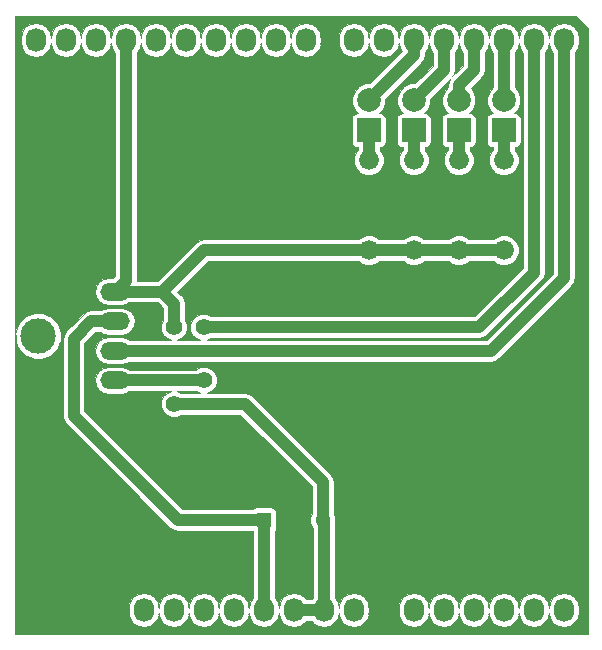
<source format=gbr>
G04 #@! TF.FileFunction,Copper,L2,Bot,Signal*
%FSLAX46Y46*%
G04 Gerber Fmt 4.6, Leading zero omitted, Abs format (unit mm)*
G04 Created by KiCad (PCBNEW 4.0.4-stable) date 12/10/16 09:29:03*
%MOMM*%
%LPD*%
G01*
G04 APERTURE LIST*
%ADD10C,0.100000*%
%ADD11O,1.727200X2.032000*%
%ADD12O,2.500000X1.500000*%
%ADD13C,3.000000*%
%ADD14R,1.300000X1.300000*%
%ADD15C,1.300000*%
%ADD16R,2.000000X2.000000*%
%ADD17C,2.000000*%
%ADD18C,1.676400*%
%ADD19C,1.400000*%
%ADD20C,1.000000*%
%ADD21C,0.025400*%
G04 APERTURE END LIST*
D10*
D11*
X138938000Y-123825000D03*
X141478000Y-123825000D03*
X144018000Y-123825000D03*
X146558000Y-123825000D03*
X149098000Y-123825000D03*
X151638000Y-123825000D03*
X154178000Y-123825000D03*
X156718000Y-123825000D03*
X161798000Y-123825000D03*
X164338000Y-123825000D03*
X166878000Y-123825000D03*
X169418000Y-123825000D03*
X171958000Y-123825000D03*
X174498000Y-123825000D03*
X129794000Y-75565000D03*
X132334000Y-75565000D03*
X134874000Y-75565000D03*
X137414000Y-75565000D03*
X139954000Y-75565000D03*
X142494000Y-75565000D03*
X145034000Y-75565000D03*
X147574000Y-75565000D03*
X150114000Y-75565000D03*
X152654000Y-75565000D03*
X156718000Y-75565000D03*
X159258000Y-75565000D03*
X161798000Y-75565000D03*
X164338000Y-75565000D03*
X166878000Y-75565000D03*
X169418000Y-75565000D03*
X171958000Y-75565000D03*
X174498000Y-75565000D03*
D12*
X136498000Y-96865000D03*
X136498000Y-99365000D03*
X136498000Y-101865000D03*
X136498000Y-104365000D03*
D13*
X129998000Y-100615000D03*
D14*
X149098000Y-116205000D03*
D15*
X154098000Y-116205000D03*
D16*
X169418000Y-83185000D03*
D17*
X169418000Y-80645000D03*
D16*
X165608000Y-83185000D03*
D17*
X165608000Y-80645000D03*
D16*
X161798000Y-83185000D03*
D17*
X161798000Y-80645000D03*
D16*
X157988000Y-83185000D03*
D17*
X157988000Y-80645000D03*
D18*
X169418000Y-85725000D03*
X169418000Y-93345000D03*
X165608000Y-85725000D03*
X165608000Y-93345000D03*
X161798000Y-85725000D03*
X161798000Y-93345000D03*
X157988000Y-85725000D03*
X157988000Y-93345000D03*
D19*
X141498000Y-106365000D03*
X141498000Y-99865000D03*
X143998000Y-99865000D03*
X143998000Y-104365000D03*
D20*
X136498000Y-99365000D02*
X134498000Y-99365000D01*
X141838000Y-116205000D02*
X149098000Y-116205000D01*
X132998000Y-107365000D02*
X141838000Y-116205000D01*
X132998000Y-100865000D02*
X132998000Y-107365000D01*
X134498000Y-99365000D02*
X132998000Y-100865000D01*
X149098000Y-123825000D02*
X149098000Y-116205000D01*
X157988000Y-93345000D02*
X144018000Y-93345000D01*
X144018000Y-93345000D02*
X140498000Y-96865000D01*
X161798000Y-93345000D02*
X157988000Y-93345000D01*
X165608000Y-93345000D02*
X161798000Y-93345000D01*
X169418000Y-93345000D02*
X165608000Y-93345000D01*
X154098000Y-116205000D02*
X154098000Y-112965000D01*
X154098000Y-112965000D02*
X147498000Y-106365000D01*
X147498000Y-106365000D02*
X141498000Y-106365000D01*
X141498000Y-99865000D02*
X141498000Y-97865000D01*
X141498000Y-97865000D02*
X140498000Y-96865000D01*
X140498000Y-96865000D02*
X136498000Y-96865000D01*
X136498000Y-96865000D02*
X137414000Y-95949000D01*
X137414000Y-95949000D02*
X137414000Y-75565000D01*
X154178000Y-123825000D02*
X154178000Y-116285000D01*
X154178000Y-116285000D02*
X154098000Y-116205000D01*
X154178000Y-123825000D02*
X151638000Y-123825000D01*
X161798000Y-75565000D02*
X161798000Y-76835000D01*
X161798000Y-76835000D02*
X157988000Y-80645000D01*
X164338000Y-75565000D02*
X164338000Y-78105000D01*
X164338000Y-78105000D02*
X161798000Y-80645000D01*
X166878000Y-75565000D02*
X166878000Y-78105000D01*
X165608000Y-79375000D02*
X165608000Y-80645000D01*
X166878000Y-78105000D02*
X165608000Y-79375000D01*
X169418000Y-80645000D02*
X169418000Y-75565000D01*
X171958000Y-75565000D02*
X171958000Y-95255000D01*
X167348000Y-99865000D02*
X143998000Y-99865000D01*
X171958000Y-95255000D02*
X167348000Y-99865000D01*
X143998000Y-104365000D02*
X136498000Y-104365000D01*
X136498000Y-101865000D02*
X168348000Y-101865000D01*
X174498000Y-95715000D02*
X174498000Y-75565000D01*
X168348000Y-101865000D02*
X174498000Y-95715000D01*
X169418000Y-83185000D02*
X169418000Y-84455000D01*
X169418000Y-84455000D02*
X169418000Y-85725000D01*
X165608000Y-83185000D02*
X165608000Y-85725000D01*
X161798000Y-83185000D02*
X161798000Y-85725000D01*
X157988000Y-83185000D02*
X157988000Y-85725000D01*
D21*
G36*
X176550300Y-74497012D02*
X176550300Y-125877300D01*
X127995700Y-125877300D01*
X127995700Y-100343971D01*
X128066753Y-100343971D01*
X128085253Y-100668619D01*
X128084969Y-100993790D01*
X128106792Y-101046606D01*
X128110043Y-101103658D01*
X128317479Y-101604455D01*
X128345565Y-101624481D01*
X128375546Y-101697042D01*
X128913128Y-102235563D01*
X128987944Y-102266629D01*
X129008545Y-102295521D01*
X129315561Y-102402668D01*
X129615871Y-102527367D01*
X129673015Y-102527417D01*
X129726971Y-102546247D01*
X130051619Y-102527747D01*
X130376790Y-102528031D01*
X130429606Y-102506208D01*
X130486658Y-102502957D01*
X130987455Y-102295521D01*
X131007481Y-102267435D01*
X131080042Y-102237454D01*
X131618563Y-101699872D01*
X131649629Y-101625056D01*
X131678521Y-101604455D01*
X131785668Y-101297439D01*
X131910367Y-100997129D01*
X131910417Y-100939985D01*
X131929247Y-100886029D01*
X131928049Y-100865000D01*
X132085300Y-100865000D01*
X132085300Y-107365000D01*
X132107679Y-107477506D01*
X132154775Y-107714275D01*
X132352624Y-108010376D01*
X141192624Y-116850376D01*
X141488725Y-117048225D01*
X141838000Y-117117700D01*
X148126622Y-117117700D01*
X148146378Y-117148401D01*
X148185300Y-117174995D01*
X148185300Y-122757425D01*
X147918853Y-123156191D01*
X147828000Y-123612938D01*
X147798979Y-123467038D01*
X147810599Y-123438873D01*
X147776371Y-123353380D01*
X147737147Y-123156191D01*
X147638037Y-123007862D01*
X147625807Y-122977316D01*
X147599899Y-122950785D01*
X147460480Y-122742130D01*
X147046419Y-122465463D01*
X146558000Y-122368310D01*
X146069581Y-122465463D01*
X145655520Y-122742130D01*
X145516101Y-122950785D01*
X145490193Y-122977316D01*
X145477963Y-123007862D01*
X145378853Y-123156191D01*
X145339629Y-123353380D01*
X145305401Y-123438873D01*
X145317021Y-123467038D01*
X145288000Y-123612938D01*
X145258979Y-123467038D01*
X145270599Y-123438873D01*
X145236371Y-123353380D01*
X145197147Y-123156191D01*
X145098037Y-123007862D01*
X145085807Y-122977316D01*
X145059899Y-122950785D01*
X144920480Y-122742130D01*
X144506419Y-122465463D01*
X144018000Y-122368310D01*
X143529581Y-122465463D01*
X143115520Y-122742130D01*
X142976101Y-122950785D01*
X142950193Y-122977316D01*
X142937963Y-123007862D01*
X142838853Y-123156191D01*
X142799629Y-123353380D01*
X142765401Y-123438873D01*
X142777021Y-123467038D01*
X142748000Y-123612938D01*
X142718979Y-123467038D01*
X142730599Y-123438873D01*
X142696371Y-123353380D01*
X142657147Y-123156191D01*
X142558037Y-123007862D01*
X142545807Y-122977316D01*
X142519899Y-122950785D01*
X142380480Y-122742130D01*
X141966419Y-122465463D01*
X141478000Y-122368310D01*
X140989581Y-122465463D01*
X140575520Y-122742130D01*
X140436101Y-122950785D01*
X140410193Y-122977316D01*
X140397963Y-123007862D01*
X140298853Y-123156191D01*
X140259629Y-123353380D01*
X140225401Y-123438873D01*
X140237021Y-123467038D01*
X140208000Y-123612938D01*
X140178979Y-123467038D01*
X140190599Y-123438873D01*
X140156371Y-123353380D01*
X140117147Y-123156191D01*
X140018037Y-123007862D01*
X140005807Y-122977316D01*
X139979899Y-122950785D01*
X139840480Y-122742130D01*
X139426419Y-122465463D01*
X138938000Y-122368310D01*
X138449581Y-122465463D01*
X138035520Y-122742130D01*
X137896101Y-122950785D01*
X137870193Y-122977316D01*
X137857963Y-123007862D01*
X137758853Y-123156191D01*
X137719629Y-123353380D01*
X137685401Y-123438873D01*
X137697021Y-123467038D01*
X137661700Y-123644610D01*
X137661700Y-124005390D01*
X137697021Y-124182962D01*
X137685401Y-124211127D01*
X137719629Y-124296620D01*
X137758853Y-124493809D01*
X137857963Y-124642138D01*
X137870193Y-124672684D01*
X137896101Y-124699215D01*
X138035520Y-124907870D01*
X138449581Y-125184537D01*
X138938000Y-125281690D01*
X139426419Y-125184537D01*
X139840480Y-124907870D01*
X139979899Y-124699215D01*
X140005807Y-124672684D01*
X140018037Y-124642138D01*
X140117147Y-124493809D01*
X140156371Y-124296620D01*
X140190599Y-124211127D01*
X140178979Y-124182962D01*
X140208000Y-124037062D01*
X140237021Y-124182962D01*
X140225401Y-124211127D01*
X140259629Y-124296620D01*
X140298853Y-124493809D01*
X140397963Y-124642138D01*
X140410193Y-124672684D01*
X140436101Y-124699215D01*
X140575520Y-124907870D01*
X140989581Y-125184537D01*
X141478000Y-125281690D01*
X141966419Y-125184537D01*
X142380480Y-124907870D01*
X142519899Y-124699215D01*
X142545807Y-124672684D01*
X142558037Y-124642138D01*
X142657147Y-124493809D01*
X142696371Y-124296620D01*
X142730599Y-124211127D01*
X142718979Y-124182962D01*
X142748000Y-124037062D01*
X142777021Y-124182962D01*
X142765401Y-124211127D01*
X142799629Y-124296620D01*
X142838853Y-124493809D01*
X142937963Y-124642138D01*
X142950193Y-124672684D01*
X142976101Y-124699215D01*
X143115520Y-124907870D01*
X143529581Y-125184537D01*
X144018000Y-125281690D01*
X144506419Y-125184537D01*
X144920480Y-124907870D01*
X145059899Y-124699215D01*
X145085807Y-124672684D01*
X145098037Y-124642138D01*
X145197147Y-124493809D01*
X145236371Y-124296620D01*
X145270599Y-124211127D01*
X145258979Y-124182962D01*
X145288000Y-124037062D01*
X145317021Y-124182962D01*
X145305401Y-124211127D01*
X145339629Y-124296620D01*
X145378853Y-124493809D01*
X145477963Y-124642138D01*
X145490193Y-124672684D01*
X145516101Y-124699215D01*
X145655520Y-124907870D01*
X146069581Y-125184537D01*
X146558000Y-125281690D01*
X147046419Y-125184537D01*
X147460480Y-124907870D01*
X147599899Y-124699215D01*
X147625807Y-124672684D01*
X147638037Y-124642138D01*
X147737147Y-124493809D01*
X147776371Y-124296620D01*
X147810599Y-124211127D01*
X147798979Y-124182962D01*
X147828000Y-124037062D01*
X147918853Y-124493809D01*
X148195520Y-124907870D01*
X148609581Y-125184537D01*
X149098000Y-125281690D01*
X149586419Y-125184537D01*
X150000480Y-124907870D01*
X150277147Y-124493809D01*
X150368000Y-124037062D01*
X150458853Y-124493809D01*
X150735520Y-124907870D01*
X151149581Y-125184537D01*
X151638000Y-125281690D01*
X152126419Y-125184537D01*
X152540480Y-124907870D01*
X152654184Y-124737700D01*
X153161816Y-124737700D01*
X153275520Y-124907870D01*
X153689581Y-125184537D01*
X154178000Y-125281690D01*
X154666419Y-125184537D01*
X155080480Y-124907870D01*
X155357147Y-124493809D01*
X155448000Y-124037062D01*
X155477021Y-124182962D01*
X155465401Y-124211127D01*
X155499629Y-124296620D01*
X155538853Y-124493809D01*
X155637963Y-124642138D01*
X155650193Y-124672684D01*
X155676101Y-124699215D01*
X155815520Y-124907870D01*
X156229581Y-125184537D01*
X156718000Y-125281690D01*
X157206419Y-125184537D01*
X157620480Y-124907870D01*
X157759899Y-124699215D01*
X157785807Y-124672684D01*
X157798037Y-124642138D01*
X157897147Y-124493809D01*
X157936371Y-124296620D01*
X157970599Y-124211127D01*
X157958979Y-124182962D01*
X157994300Y-124005390D01*
X157994300Y-123644610D01*
X160521700Y-123644610D01*
X160521700Y-124005390D01*
X160557021Y-124182962D01*
X160545401Y-124211127D01*
X160579629Y-124296620D01*
X160618853Y-124493809D01*
X160717963Y-124642138D01*
X160730193Y-124672684D01*
X160756101Y-124699215D01*
X160895520Y-124907870D01*
X161309581Y-125184537D01*
X161798000Y-125281690D01*
X162286419Y-125184537D01*
X162700480Y-124907870D01*
X162839899Y-124699215D01*
X162865807Y-124672684D01*
X162878037Y-124642138D01*
X162977147Y-124493809D01*
X163016371Y-124296620D01*
X163050599Y-124211127D01*
X163038979Y-124182962D01*
X163068000Y-124037062D01*
X163097021Y-124182962D01*
X163085401Y-124211127D01*
X163119629Y-124296620D01*
X163158853Y-124493809D01*
X163257963Y-124642138D01*
X163270193Y-124672684D01*
X163296101Y-124699215D01*
X163435520Y-124907870D01*
X163849581Y-125184537D01*
X164338000Y-125281690D01*
X164826419Y-125184537D01*
X165240480Y-124907870D01*
X165379899Y-124699215D01*
X165405807Y-124672684D01*
X165418037Y-124642138D01*
X165517147Y-124493809D01*
X165556371Y-124296620D01*
X165590599Y-124211127D01*
X165578979Y-124182962D01*
X165608000Y-124037062D01*
X165637021Y-124182962D01*
X165625401Y-124211127D01*
X165659629Y-124296620D01*
X165698853Y-124493809D01*
X165797963Y-124642138D01*
X165810193Y-124672684D01*
X165836101Y-124699215D01*
X165975520Y-124907870D01*
X166389581Y-125184537D01*
X166878000Y-125281690D01*
X167366419Y-125184537D01*
X167780480Y-124907870D01*
X167919899Y-124699215D01*
X167945807Y-124672684D01*
X167958037Y-124642138D01*
X168057147Y-124493809D01*
X168096371Y-124296620D01*
X168130599Y-124211127D01*
X168118979Y-124182962D01*
X168148000Y-124037062D01*
X168177021Y-124182962D01*
X168165401Y-124211127D01*
X168199629Y-124296620D01*
X168238853Y-124493809D01*
X168337963Y-124642138D01*
X168350193Y-124672684D01*
X168376101Y-124699215D01*
X168515520Y-124907870D01*
X168929581Y-125184537D01*
X169418000Y-125281690D01*
X169906419Y-125184537D01*
X170320480Y-124907870D01*
X170459899Y-124699215D01*
X170485807Y-124672684D01*
X170498037Y-124642138D01*
X170597147Y-124493809D01*
X170636371Y-124296620D01*
X170670599Y-124211127D01*
X170658979Y-124182962D01*
X170688000Y-124037062D01*
X170778853Y-124493809D01*
X171055520Y-124907870D01*
X171469581Y-125184537D01*
X171958000Y-125281690D01*
X172446419Y-125184537D01*
X172860480Y-124907870D01*
X173137147Y-124493809D01*
X173228000Y-124037062D01*
X173318853Y-124493809D01*
X173595520Y-124907870D01*
X174009581Y-125184537D01*
X174498000Y-125281690D01*
X174986419Y-125184537D01*
X175400480Y-124907870D01*
X175677147Y-124493809D01*
X175774300Y-124005390D01*
X175774300Y-123644610D01*
X175677147Y-123156191D01*
X175400480Y-122742130D01*
X174986419Y-122465463D01*
X174498000Y-122368310D01*
X174009581Y-122465463D01*
X173595520Y-122742130D01*
X173318853Y-123156191D01*
X173228000Y-123612938D01*
X173137147Y-123156191D01*
X172860480Y-122742130D01*
X172446419Y-122465463D01*
X171958000Y-122368310D01*
X171469581Y-122465463D01*
X171055520Y-122742130D01*
X170778853Y-123156191D01*
X170688000Y-123612938D01*
X170658979Y-123467038D01*
X170670599Y-123438873D01*
X170636371Y-123353380D01*
X170597147Y-123156191D01*
X170498037Y-123007862D01*
X170485807Y-122977316D01*
X170459899Y-122950785D01*
X170320480Y-122742130D01*
X169906419Y-122465463D01*
X169418000Y-122368310D01*
X168929581Y-122465463D01*
X168515520Y-122742130D01*
X168376101Y-122950785D01*
X168350193Y-122977316D01*
X168337963Y-123007862D01*
X168238853Y-123156191D01*
X168199629Y-123353380D01*
X168165401Y-123438873D01*
X168177021Y-123467038D01*
X168148000Y-123612938D01*
X168118979Y-123467038D01*
X168130599Y-123438873D01*
X168096371Y-123353380D01*
X168057147Y-123156191D01*
X167958037Y-123007862D01*
X167945807Y-122977316D01*
X167919899Y-122950785D01*
X167780480Y-122742130D01*
X167366419Y-122465463D01*
X166878000Y-122368310D01*
X166389581Y-122465463D01*
X165975520Y-122742130D01*
X165836101Y-122950785D01*
X165810193Y-122977316D01*
X165797963Y-123007862D01*
X165698853Y-123156191D01*
X165659629Y-123353380D01*
X165625401Y-123438873D01*
X165637021Y-123467038D01*
X165608000Y-123612938D01*
X165578979Y-123467038D01*
X165590599Y-123438873D01*
X165556371Y-123353380D01*
X165517147Y-123156191D01*
X165418037Y-123007862D01*
X165405807Y-122977316D01*
X165379899Y-122950785D01*
X165240480Y-122742130D01*
X164826419Y-122465463D01*
X164338000Y-122368310D01*
X163849581Y-122465463D01*
X163435520Y-122742130D01*
X163296101Y-122950785D01*
X163270193Y-122977316D01*
X163257963Y-123007862D01*
X163158853Y-123156191D01*
X163119629Y-123353380D01*
X163085401Y-123438873D01*
X163097021Y-123467038D01*
X163068000Y-123612938D01*
X163038979Y-123467038D01*
X163050599Y-123438873D01*
X163016371Y-123353380D01*
X162977147Y-123156191D01*
X162878037Y-123007862D01*
X162865807Y-122977316D01*
X162839899Y-122950785D01*
X162700480Y-122742130D01*
X162286419Y-122465463D01*
X161798000Y-122368310D01*
X161309581Y-122465463D01*
X160895520Y-122742130D01*
X160756101Y-122950785D01*
X160730193Y-122977316D01*
X160717963Y-123007862D01*
X160618853Y-123156191D01*
X160579629Y-123353380D01*
X160545401Y-123438873D01*
X160557021Y-123467038D01*
X160521700Y-123644610D01*
X157994300Y-123644610D01*
X157958979Y-123467038D01*
X157970599Y-123438873D01*
X157936371Y-123353380D01*
X157897147Y-123156191D01*
X157798037Y-123007862D01*
X157785807Y-122977316D01*
X157759899Y-122950785D01*
X157620480Y-122742130D01*
X157206419Y-122465463D01*
X156718000Y-122368310D01*
X156229581Y-122465463D01*
X155815520Y-122742130D01*
X155676101Y-122950785D01*
X155650193Y-122977316D01*
X155637963Y-123007862D01*
X155538853Y-123156191D01*
X155499629Y-123353380D01*
X155465401Y-123438873D01*
X155477021Y-123467038D01*
X155448000Y-123612938D01*
X155357147Y-123156191D01*
X155090700Y-122757425D01*
X155090700Y-116585446D01*
X155160516Y-116417312D01*
X155160885Y-115994543D01*
X155010700Y-115631069D01*
X155010700Y-112965000D01*
X154941225Y-112615725D01*
X154743377Y-112319624D01*
X148143376Y-105719624D01*
X147847275Y-105521775D01*
X147498000Y-105452300D01*
X144280299Y-105452300D01*
X144627470Y-105308851D01*
X144940751Y-104996117D01*
X145110506Y-104587301D01*
X145110893Y-104144641D01*
X144941851Y-103735530D01*
X144629117Y-103422249D01*
X144220301Y-103252494D01*
X143777641Y-103252107D01*
X143368530Y-103421149D01*
X143337325Y-103452300D01*
X137717214Y-103452300D01*
X137475520Y-103290805D01*
X137030574Y-103202300D01*
X135965426Y-103202300D01*
X135520480Y-103290805D01*
X135143273Y-103542847D01*
X134891231Y-103920054D01*
X134802726Y-104365000D01*
X134891231Y-104809946D01*
X135143273Y-105187153D01*
X135520480Y-105439195D01*
X135965426Y-105527700D01*
X137030574Y-105527700D01*
X137475520Y-105439195D01*
X137717214Y-105277700D01*
X141215701Y-105277700D01*
X140868530Y-105421149D01*
X140555249Y-105733883D01*
X140385494Y-106142699D01*
X140385107Y-106585359D01*
X140554149Y-106994470D01*
X140866883Y-107307751D01*
X141275699Y-107477506D01*
X141718359Y-107477893D01*
X142127470Y-107308851D01*
X142158675Y-107277700D01*
X147119948Y-107277700D01*
X153185300Y-113343053D01*
X153185300Y-115631893D01*
X153035484Y-115992688D01*
X153035115Y-116415457D01*
X153196561Y-116806185D01*
X153265300Y-116875044D01*
X153265300Y-122757425D01*
X153161816Y-122912300D01*
X152654184Y-122912300D01*
X152540480Y-122742130D01*
X152126419Y-122465463D01*
X151638000Y-122368310D01*
X151149581Y-122465463D01*
X150735520Y-122742130D01*
X150458853Y-123156191D01*
X150368000Y-123612938D01*
X150277147Y-123156191D01*
X150010700Y-122757425D01*
X150010700Y-117176378D01*
X150041401Y-117156622D01*
X150135633Y-117018709D01*
X150168785Y-116855000D01*
X150168785Y-115555000D01*
X150140008Y-115402063D01*
X150049622Y-115261599D01*
X149911709Y-115167367D01*
X149748000Y-115134215D01*
X148448000Y-115134215D01*
X148295063Y-115162992D01*
X148154599Y-115253378D01*
X148128005Y-115292300D01*
X142216052Y-115292300D01*
X133910700Y-106986948D01*
X133910700Y-101243052D01*
X134876053Y-100277700D01*
X135278786Y-100277700D01*
X135520480Y-100439195D01*
X135965426Y-100527700D01*
X137030574Y-100527700D01*
X137475520Y-100439195D01*
X137852727Y-100187153D01*
X138104769Y-99809946D01*
X138193274Y-99365000D01*
X138104769Y-98920054D01*
X137852727Y-98542847D01*
X137475520Y-98290805D01*
X137030574Y-98202300D01*
X135965426Y-98202300D01*
X135520480Y-98290805D01*
X135278786Y-98452300D01*
X134498000Y-98452300D01*
X134206673Y-98510249D01*
X134148724Y-98521775D01*
X133852623Y-98719624D01*
X132352624Y-100219624D01*
X132154775Y-100515725D01*
X132085300Y-100865000D01*
X131928049Y-100865000D01*
X131910747Y-100561381D01*
X131911031Y-100236210D01*
X131889208Y-100183394D01*
X131885957Y-100126342D01*
X131678521Y-99625545D01*
X131650435Y-99605519D01*
X131620454Y-99532958D01*
X131082872Y-98994437D01*
X131008056Y-98963371D01*
X130987455Y-98934479D01*
X130680439Y-98827332D01*
X130380129Y-98702633D01*
X130322985Y-98702583D01*
X130269029Y-98683753D01*
X129944381Y-98702253D01*
X129619210Y-98701969D01*
X129566394Y-98723792D01*
X129509342Y-98727043D01*
X129008545Y-98934479D01*
X128988519Y-98962565D01*
X128915958Y-98992546D01*
X128377437Y-99530128D01*
X128346371Y-99604944D01*
X128317479Y-99625545D01*
X128210332Y-99932561D01*
X128085633Y-100232871D01*
X128085583Y-100290015D01*
X128066753Y-100343971D01*
X127995700Y-100343971D01*
X127995700Y-75384610D01*
X128517700Y-75384610D01*
X128517700Y-75745390D01*
X128614853Y-76233809D01*
X128891520Y-76647870D01*
X129305581Y-76924537D01*
X129794000Y-77021690D01*
X130282419Y-76924537D01*
X130696480Y-76647870D01*
X130973147Y-76233809D01*
X131064000Y-75777062D01*
X131154853Y-76233809D01*
X131431520Y-76647870D01*
X131845581Y-76924537D01*
X132334000Y-77021690D01*
X132822419Y-76924537D01*
X133236480Y-76647870D01*
X133513147Y-76233809D01*
X133604000Y-75777062D01*
X133633021Y-75922962D01*
X133621401Y-75951127D01*
X133655629Y-76036620D01*
X133694853Y-76233809D01*
X133793963Y-76382138D01*
X133806193Y-76412684D01*
X133832101Y-76439215D01*
X133971520Y-76647870D01*
X134385581Y-76924537D01*
X134874000Y-77021690D01*
X135362419Y-76924537D01*
X135776480Y-76647870D01*
X135915899Y-76439215D01*
X135941807Y-76412684D01*
X135954037Y-76382138D01*
X136053147Y-76233809D01*
X136092371Y-76036620D01*
X136126599Y-75951127D01*
X136114979Y-75922962D01*
X136144000Y-75777062D01*
X136234853Y-76233809D01*
X136501300Y-76632575D01*
X136501300Y-95570947D01*
X136369947Y-95702300D01*
X135965426Y-95702300D01*
X135520480Y-95790805D01*
X135143273Y-96042847D01*
X134891231Y-96420054D01*
X134802726Y-96865000D01*
X134891231Y-97309946D01*
X135143273Y-97687153D01*
X135520480Y-97939195D01*
X135965426Y-98027700D01*
X137030574Y-98027700D01*
X137475520Y-97939195D01*
X137717214Y-97777700D01*
X140119948Y-97777700D01*
X140585300Y-98243053D01*
X140585300Y-99203884D01*
X140555249Y-99233883D01*
X140385494Y-99642699D01*
X140385107Y-100085359D01*
X140554149Y-100494470D01*
X140866883Y-100807751D01*
X141214996Y-100952300D01*
X137717214Y-100952300D01*
X137475520Y-100790805D01*
X137030574Y-100702300D01*
X135965426Y-100702300D01*
X135520480Y-100790805D01*
X135143273Y-101042847D01*
X134891231Y-101420054D01*
X134802726Y-101865000D01*
X134891231Y-102309946D01*
X135143273Y-102687153D01*
X135520480Y-102939195D01*
X135965426Y-103027700D01*
X137030574Y-103027700D01*
X137475520Y-102939195D01*
X137717214Y-102777700D01*
X168348000Y-102777700D01*
X168697275Y-102708225D01*
X168993376Y-102510376D01*
X175143376Y-96360377D01*
X175341225Y-96064276D01*
X175363498Y-95952300D01*
X175410700Y-95715000D01*
X175410700Y-76632575D01*
X175677147Y-76233809D01*
X175774300Y-75745390D01*
X175774300Y-75384610D01*
X175677147Y-74896191D01*
X175400480Y-74482130D01*
X174986419Y-74205463D01*
X174498000Y-74108310D01*
X174009581Y-74205463D01*
X173595520Y-74482130D01*
X173318853Y-74896191D01*
X173228000Y-75352938D01*
X173137147Y-74896191D01*
X172860480Y-74482130D01*
X172446419Y-74205463D01*
X171958000Y-74108310D01*
X171469581Y-74205463D01*
X171055520Y-74482130D01*
X170778853Y-74896191D01*
X170688000Y-75352938D01*
X170597147Y-74896191D01*
X170320480Y-74482130D01*
X169906419Y-74205463D01*
X169418000Y-74108310D01*
X168929581Y-74205463D01*
X168515520Y-74482130D01*
X168238853Y-74896191D01*
X168148000Y-75352938D01*
X168057147Y-74896191D01*
X167780480Y-74482130D01*
X167366419Y-74205463D01*
X166878000Y-74108310D01*
X166389581Y-74205463D01*
X165975520Y-74482130D01*
X165698853Y-74896191D01*
X165608000Y-75352938D01*
X165517147Y-74896191D01*
X165240480Y-74482130D01*
X164826419Y-74205463D01*
X164338000Y-74108310D01*
X163849581Y-74205463D01*
X163435520Y-74482130D01*
X163158853Y-74896191D01*
X163068000Y-75352938D01*
X162977147Y-74896191D01*
X162700480Y-74482130D01*
X162286419Y-74205463D01*
X161798000Y-74108310D01*
X161309581Y-74205463D01*
X160895520Y-74482130D01*
X160618853Y-74896191D01*
X160528000Y-75352938D01*
X160498979Y-75207038D01*
X160510599Y-75178873D01*
X160476371Y-75093380D01*
X160437147Y-74896191D01*
X160338037Y-74747862D01*
X160325807Y-74717316D01*
X160299899Y-74690785D01*
X160160480Y-74482130D01*
X159746419Y-74205463D01*
X159258000Y-74108310D01*
X158769581Y-74205463D01*
X158355520Y-74482130D01*
X158216101Y-74690785D01*
X158190193Y-74717316D01*
X158177963Y-74747862D01*
X158078853Y-74896191D01*
X158039629Y-75093380D01*
X158005401Y-75178873D01*
X158017021Y-75207038D01*
X157988000Y-75352938D01*
X157958979Y-75207038D01*
X157970599Y-75178873D01*
X157936371Y-75093380D01*
X157897147Y-74896191D01*
X157798037Y-74747862D01*
X157785807Y-74717316D01*
X157759899Y-74690785D01*
X157620480Y-74482130D01*
X157206419Y-74205463D01*
X156718000Y-74108310D01*
X156229581Y-74205463D01*
X155815520Y-74482130D01*
X155676101Y-74690785D01*
X155650193Y-74717316D01*
X155637963Y-74747862D01*
X155538853Y-74896191D01*
X155499629Y-75093380D01*
X155465401Y-75178873D01*
X155477021Y-75207038D01*
X155441700Y-75384610D01*
X155441700Y-75745390D01*
X155477021Y-75922962D01*
X155465401Y-75951127D01*
X155499629Y-76036620D01*
X155538853Y-76233809D01*
X155637963Y-76382138D01*
X155650193Y-76412684D01*
X155676101Y-76439215D01*
X155815520Y-76647870D01*
X156229581Y-76924537D01*
X156718000Y-77021690D01*
X157206419Y-76924537D01*
X157620480Y-76647870D01*
X157759899Y-76439215D01*
X157785807Y-76412684D01*
X157798037Y-76382138D01*
X157897147Y-76233809D01*
X157936371Y-76036620D01*
X157970599Y-75951127D01*
X157958979Y-75922962D01*
X157988000Y-75777062D01*
X158017021Y-75922962D01*
X158005401Y-75951127D01*
X158039629Y-76036620D01*
X158078853Y-76233809D01*
X158177963Y-76382138D01*
X158190193Y-76412684D01*
X158216101Y-76439215D01*
X158355520Y-76647870D01*
X158769581Y-76924537D01*
X159258000Y-77021690D01*
X159746419Y-76924537D01*
X160160480Y-76647870D01*
X160299899Y-76439215D01*
X160325807Y-76412684D01*
X160338037Y-76382138D01*
X160437147Y-76233809D01*
X160476371Y-76036620D01*
X160510599Y-75951127D01*
X160498979Y-75922962D01*
X160528000Y-75777062D01*
X160618853Y-76233809D01*
X160814953Y-76527294D01*
X158109842Y-79232406D01*
X157708230Y-79232056D01*
X157188815Y-79446673D01*
X156791070Y-79843725D01*
X156575546Y-80362764D01*
X156575056Y-80924770D01*
X156789673Y-81444185D01*
X157109145Y-81764215D01*
X156988000Y-81764215D01*
X156835063Y-81792992D01*
X156694599Y-81883378D01*
X156600367Y-82021291D01*
X156567215Y-82185000D01*
X156567215Y-84185000D01*
X156595992Y-84337937D01*
X156686378Y-84478401D01*
X156824291Y-84572633D01*
X156988000Y-84605785D01*
X157075300Y-84605785D01*
X157075300Y-84868611D01*
X156928157Y-85015497D01*
X156737317Y-85475089D01*
X156736883Y-85972728D01*
X156926920Y-86432652D01*
X157278497Y-86784843D01*
X157738089Y-86975683D01*
X158235728Y-86976117D01*
X158695652Y-86786080D01*
X159047843Y-86434503D01*
X159238683Y-85974911D01*
X159239117Y-85477272D01*
X159049080Y-85017348D01*
X158900700Y-84868709D01*
X158900700Y-84605785D01*
X158988000Y-84605785D01*
X159140937Y-84577008D01*
X159281401Y-84486622D01*
X159375633Y-84348709D01*
X159408785Y-84185000D01*
X159408785Y-82185000D01*
X159380008Y-82032063D01*
X159289622Y-81891599D01*
X159151709Y-81797367D01*
X158988000Y-81764215D01*
X158866435Y-81764215D01*
X159184930Y-81446275D01*
X159400454Y-80927236D01*
X159400806Y-80522946D01*
X162443377Y-77480376D01*
X162641225Y-77184275D01*
X162710700Y-76835000D01*
X162710700Y-76632575D01*
X162977147Y-76233809D01*
X163068000Y-75777062D01*
X163158853Y-76233809D01*
X163425300Y-76632575D01*
X163425300Y-77726947D01*
X161919842Y-79232406D01*
X161518230Y-79232056D01*
X160998815Y-79446673D01*
X160601070Y-79843725D01*
X160385546Y-80362764D01*
X160385056Y-80924770D01*
X160599673Y-81444185D01*
X160919145Y-81764215D01*
X160798000Y-81764215D01*
X160645063Y-81792992D01*
X160504599Y-81883378D01*
X160410367Y-82021291D01*
X160377215Y-82185000D01*
X160377215Y-84185000D01*
X160405992Y-84337937D01*
X160496378Y-84478401D01*
X160634291Y-84572633D01*
X160798000Y-84605785D01*
X160885300Y-84605785D01*
X160885300Y-84868611D01*
X160738157Y-85015497D01*
X160547317Y-85475089D01*
X160546883Y-85972728D01*
X160736920Y-86432652D01*
X161088497Y-86784843D01*
X161548089Y-86975683D01*
X162045728Y-86976117D01*
X162505652Y-86786080D01*
X162857843Y-86434503D01*
X163048683Y-85974911D01*
X163049117Y-85477272D01*
X162859080Y-85017348D01*
X162710700Y-84868709D01*
X162710700Y-84605785D01*
X162798000Y-84605785D01*
X162950937Y-84577008D01*
X163091401Y-84486622D01*
X163185633Y-84348709D01*
X163218785Y-84185000D01*
X163218785Y-82185000D01*
X163190008Y-82032063D01*
X163099622Y-81891599D01*
X162961709Y-81797367D01*
X162798000Y-81764215D01*
X162676435Y-81764215D01*
X162994930Y-81446275D01*
X163210454Y-80927236D01*
X163210806Y-80522946D01*
X164879046Y-78854707D01*
X164764775Y-79025725D01*
X164695300Y-79375000D01*
X164695300Y-79559990D01*
X164411070Y-79843725D01*
X164195546Y-80362764D01*
X164195056Y-80924770D01*
X164409673Y-81444185D01*
X164729145Y-81764215D01*
X164608000Y-81764215D01*
X164455063Y-81792992D01*
X164314599Y-81883378D01*
X164220367Y-82021291D01*
X164187215Y-82185000D01*
X164187215Y-84185000D01*
X164215992Y-84337937D01*
X164306378Y-84478401D01*
X164444291Y-84572633D01*
X164608000Y-84605785D01*
X164695300Y-84605785D01*
X164695300Y-84868611D01*
X164548157Y-85015497D01*
X164357317Y-85475089D01*
X164356883Y-85972728D01*
X164546920Y-86432652D01*
X164898497Y-86784843D01*
X165358089Y-86975683D01*
X165855728Y-86976117D01*
X166315652Y-86786080D01*
X166667843Y-86434503D01*
X166858683Y-85974911D01*
X166859117Y-85477272D01*
X166669080Y-85017348D01*
X166520700Y-84868709D01*
X166520700Y-84605785D01*
X166608000Y-84605785D01*
X166760937Y-84577008D01*
X166901401Y-84486622D01*
X166995633Y-84348709D01*
X167028785Y-84185000D01*
X167028785Y-82185000D01*
X167000008Y-82032063D01*
X166909622Y-81891599D01*
X166771709Y-81797367D01*
X166608000Y-81764215D01*
X166486435Y-81764215D01*
X166804930Y-81446275D01*
X167020454Y-80927236D01*
X167020944Y-80365230D01*
X166806327Y-79845815D01*
X166617297Y-79656455D01*
X167523376Y-78750377D01*
X167721225Y-78454276D01*
X167732751Y-78396327D01*
X167790700Y-78105000D01*
X167790700Y-76632575D01*
X168057147Y-76233809D01*
X168148000Y-75777062D01*
X168238853Y-76233809D01*
X168505300Y-76632575D01*
X168505300Y-79559990D01*
X168221070Y-79843725D01*
X168005546Y-80362764D01*
X168005056Y-80924770D01*
X168219673Y-81444185D01*
X168539145Y-81764215D01*
X168418000Y-81764215D01*
X168265063Y-81792992D01*
X168124599Y-81883378D01*
X168030367Y-82021291D01*
X167997215Y-82185000D01*
X167997215Y-84185000D01*
X168025992Y-84337937D01*
X168116378Y-84478401D01*
X168254291Y-84572633D01*
X168418000Y-84605785D01*
X168505300Y-84605785D01*
X168505300Y-84868611D01*
X168358157Y-85015497D01*
X168167317Y-85475089D01*
X168166883Y-85972728D01*
X168356920Y-86432652D01*
X168708497Y-86784843D01*
X169168089Y-86975683D01*
X169665728Y-86976117D01*
X170125652Y-86786080D01*
X170477843Y-86434503D01*
X170668683Y-85974911D01*
X170669117Y-85477272D01*
X170479080Y-85017348D01*
X170330700Y-84868709D01*
X170330700Y-84605785D01*
X170418000Y-84605785D01*
X170570937Y-84577008D01*
X170711401Y-84486622D01*
X170805633Y-84348709D01*
X170838785Y-84185000D01*
X170838785Y-82185000D01*
X170810008Y-82032063D01*
X170719622Y-81891599D01*
X170581709Y-81797367D01*
X170418000Y-81764215D01*
X170296435Y-81764215D01*
X170614930Y-81446275D01*
X170830454Y-80927236D01*
X170830944Y-80365230D01*
X170616327Y-79845815D01*
X170330700Y-79559689D01*
X170330700Y-76632575D01*
X170597147Y-76233809D01*
X170688000Y-75777062D01*
X170778853Y-76233809D01*
X171045300Y-76632575D01*
X171045300Y-94876947D01*
X166969948Y-98952300D01*
X144659116Y-98952300D01*
X144629117Y-98922249D01*
X144220301Y-98752494D01*
X143777641Y-98752107D01*
X143368530Y-98921149D01*
X143055249Y-99233883D01*
X142885494Y-99642699D01*
X142885107Y-100085359D01*
X143054149Y-100494470D01*
X143366883Y-100807751D01*
X143714996Y-100952300D01*
X141780299Y-100952300D01*
X142127470Y-100808851D01*
X142440751Y-100496117D01*
X142610506Y-100087301D01*
X142610893Y-99644641D01*
X142441851Y-99235530D01*
X142410700Y-99204325D01*
X142410700Y-97865000D01*
X142341225Y-97515725D01*
X142337651Y-97510376D01*
X142143377Y-97219624D01*
X141788752Y-96865000D01*
X144396053Y-94257700D01*
X157131611Y-94257700D01*
X157278497Y-94404843D01*
X157738089Y-94595683D01*
X158235728Y-94596117D01*
X158695652Y-94406080D01*
X158844291Y-94257700D01*
X160941611Y-94257700D01*
X161088497Y-94404843D01*
X161548089Y-94595683D01*
X162045728Y-94596117D01*
X162505652Y-94406080D01*
X162654291Y-94257700D01*
X164751611Y-94257700D01*
X164898497Y-94404843D01*
X165358089Y-94595683D01*
X165855728Y-94596117D01*
X166315652Y-94406080D01*
X166464291Y-94257700D01*
X168561611Y-94257700D01*
X168708497Y-94404843D01*
X169168089Y-94595683D01*
X169665728Y-94596117D01*
X170125652Y-94406080D01*
X170477843Y-94054503D01*
X170668683Y-93594911D01*
X170669117Y-93097272D01*
X170479080Y-92637348D01*
X170127503Y-92285157D01*
X169667911Y-92094317D01*
X169170272Y-92093883D01*
X168710348Y-92283920D01*
X168561709Y-92432300D01*
X166464389Y-92432300D01*
X166317503Y-92285157D01*
X165857911Y-92094317D01*
X165360272Y-92093883D01*
X164900348Y-92283920D01*
X164751709Y-92432300D01*
X162654389Y-92432300D01*
X162507503Y-92285157D01*
X162047911Y-92094317D01*
X161550272Y-92093883D01*
X161090348Y-92283920D01*
X160941709Y-92432300D01*
X158844389Y-92432300D01*
X158697503Y-92285157D01*
X158237911Y-92094317D01*
X157740272Y-92093883D01*
X157280348Y-92283920D01*
X157131709Y-92432300D01*
X144018000Y-92432300D01*
X143668725Y-92501775D01*
X143372624Y-92699623D01*
X140119948Y-95952300D01*
X138326044Y-95952300D01*
X138326700Y-95949000D01*
X138326700Y-76632575D01*
X138593147Y-76233809D01*
X138684000Y-75777062D01*
X138713021Y-75922962D01*
X138701401Y-75951127D01*
X138735629Y-76036620D01*
X138774853Y-76233809D01*
X138873963Y-76382138D01*
X138886193Y-76412684D01*
X138912101Y-76439215D01*
X139051520Y-76647870D01*
X139465581Y-76924537D01*
X139954000Y-77021690D01*
X140442419Y-76924537D01*
X140856480Y-76647870D01*
X140995899Y-76439215D01*
X141021807Y-76412684D01*
X141034037Y-76382138D01*
X141133147Y-76233809D01*
X141172371Y-76036620D01*
X141206599Y-75951127D01*
X141194979Y-75922962D01*
X141224000Y-75777062D01*
X141253021Y-75922962D01*
X141241401Y-75951127D01*
X141275629Y-76036620D01*
X141314853Y-76233809D01*
X141413963Y-76382138D01*
X141426193Y-76412684D01*
X141452101Y-76439215D01*
X141591520Y-76647870D01*
X142005581Y-76924537D01*
X142494000Y-77021690D01*
X142982419Y-76924537D01*
X143396480Y-76647870D01*
X143535899Y-76439215D01*
X143561807Y-76412684D01*
X143574037Y-76382138D01*
X143673147Y-76233809D01*
X143712371Y-76036620D01*
X143746599Y-75951127D01*
X143734979Y-75922962D01*
X143764000Y-75777062D01*
X143793021Y-75922962D01*
X143781401Y-75951127D01*
X143815629Y-76036620D01*
X143854853Y-76233809D01*
X143953963Y-76382138D01*
X143966193Y-76412684D01*
X143992101Y-76439215D01*
X144131520Y-76647870D01*
X144545581Y-76924537D01*
X145034000Y-77021690D01*
X145522419Y-76924537D01*
X145936480Y-76647870D01*
X146075899Y-76439215D01*
X146101807Y-76412684D01*
X146114037Y-76382138D01*
X146213147Y-76233809D01*
X146252371Y-76036620D01*
X146286599Y-75951127D01*
X146274979Y-75922962D01*
X146304000Y-75777062D01*
X146333021Y-75922962D01*
X146321401Y-75951127D01*
X146355629Y-76036620D01*
X146394853Y-76233809D01*
X146493963Y-76382138D01*
X146506193Y-76412684D01*
X146532101Y-76439215D01*
X146671520Y-76647870D01*
X147085581Y-76924537D01*
X147574000Y-77021690D01*
X148062419Y-76924537D01*
X148476480Y-76647870D01*
X148615899Y-76439215D01*
X148641807Y-76412684D01*
X148654037Y-76382138D01*
X148753147Y-76233809D01*
X148792371Y-76036620D01*
X148826599Y-75951127D01*
X148814979Y-75922962D01*
X148844000Y-75777062D01*
X148873021Y-75922962D01*
X148861401Y-75951127D01*
X148895629Y-76036620D01*
X148934853Y-76233809D01*
X149033963Y-76382138D01*
X149046193Y-76412684D01*
X149072101Y-76439215D01*
X149211520Y-76647870D01*
X149625581Y-76924537D01*
X150114000Y-77021690D01*
X150602419Y-76924537D01*
X151016480Y-76647870D01*
X151155899Y-76439215D01*
X151181807Y-76412684D01*
X151194037Y-76382138D01*
X151293147Y-76233809D01*
X151332371Y-76036620D01*
X151366599Y-75951127D01*
X151354979Y-75922962D01*
X151384000Y-75777062D01*
X151413021Y-75922962D01*
X151401401Y-75951127D01*
X151435629Y-76036620D01*
X151474853Y-76233809D01*
X151573963Y-76382138D01*
X151586193Y-76412684D01*
X151612101Y-76439215D01*
X151751520Y-76647870D01*
X152165581Y-76924537D01*
X152654000Y-77021690D01*
X153142419Y-76924537D01*
X153556480Y-76647870D01*
X153695899Y-76439215D01*
X153721807Y-76412684D01*
X153734037Y-76382138D01*
X153833147Y-76233809D01*
X153872371Y-76036620D01*
X153906599Y-75951127D01*
X153894979Y-75922962D01*
X153930300Y-75745390D01*
X153930300Y-75384610D01*
X153894979Y-75207038D01*
X153906599Y-75178873D01*
X153872371Y-75093380D01*
X153833147Y-74896191D01*
X153734037Y-74747862D01*
X153721807Y-74717316D01*
X153695899Y-74690785D01*
X153556480Y-74482130D01*
X153142419Y-74205463D01*
X152654000Y-74108310D01*
X152165581Y-74205463D01*
X151751520Y-74482130D01*
X151612101Y-74690785D01*
X151586193Y-74717316D01*
X151573963Y-74747862D01*
X151474853Y-74896191D01*
X151435629Y-75093380D01*
X151401401Y-75178873D01*
X151413021Y-75207038D01*
X151384000Y-75352938D01*
X151354979Y-75207038D01*
X151366599Y-75178873D01*
X151332371Y-75093380D01*
X151293147Y-74896191D01*
X151194037Y-74747862D01*
X151181807Y-74717316D01*
X151155899Y-74690785D01*
X151016480Y-74482130D01*
X150602419Y-74205463D01*
X150114000Y-74108310D01*
X149625581Y-74205463D01*
X149211520Y-74482130D01*
X149072101Y-74690785D01*
X149046193Y-74717316D01*
X149033963Y-74747862D01*
X148934853Y-74896191D01*
X148895629Y-75093380D01*
X148861401Y-75178873D01*
X148873021Y-75207038D01*
X148844000Y-75352938D01*
X148814979Y-75207038D01*
X148826599Y-75178873D01*
X148792371Y-75093380D01*
X148753147Y-74896191D01*
X148654037Y-74747862D01*
X148641807Y-74717316D01*
X148615899Y-74690785D01*
X148476480Y-74482130D01*
X148062419Y-74205463D01*
X147574000Y-74108310D01*
X147085581Y-74205463D01*
X146671520Y-74482130D01*
X146532101Y-74690785D01*
X146506193Y-74717316D01*
X146493963Y-74747862D01*
X146394853Y-74896191D01*
X146355629Y-75093380D01*
X146321401Y-75178873D01*
X146333021Y-75207038D01*
X146304000Y-75352938D01*
X146274979Y-75207038D01*
X146286599Y-75178873D01*
X146252371Y-75093380D01*
X146213147Y-74896191D01*
X146114037Y-74747862D01*
X146101807Y-74717316D01*
X146075899Y-74690785D01*
X145936480Y-74482130D01*
X145522419Y-74205463D01*
X145034000Y-74108310D01*
X144545581Y-74205463D01*
X144131520Y-74482130D01*
X143992101Y-74690785D01*
X143966193Y-74717316D01*
X143953963Y-74747862D01*
X143854853Y-74896191D01*
X143815629Y-75093380D01*
X143781401Y-75178873D01*
X143793021Y-75207038D01*
X143764000Y-75352938D01*
X143734979Y-75207038D01*
X143746599Y-75178873D01*
X143712371Y-75093380D01*
X143673147Y-74896191D01*
X143574037Y-74747862D01*
X143561807Y-74717316D01*
X143535899Y-74690785D01*
X143396480Y-74482130D01*
X142982419Y-74205463D01*
X142494000Y-74108310D01*
X142005581Y-74205463D01*
X141591520Y-74482130D01*
X141452101Y-74690785D01*
X141426193Y-74717316D01*
X141413963Y-74747862D01*
X141314853Y-74896191D01*
X141275629Y-75093380D01*
X141241401Y-75178873D01*
X141253021Y-75207038D01*
X141224000Y-75352938D01*
X141194979Y-75207038D01*
X141206599Y-75178873D01*
X141172371Y-75093380D01*
X141133147Y-74896191D01*
X141034037Y-74747862D01*
X141021807Y-74717316D01*
X140995899Y-74690785D01*
X140856480Y-74482130D01*
X140442419Y-74205463D01*
X139954000Y-74108310D01*
X139465581Y-74205463D01*
X139051520Y-74482130D01*
X138912101Y-74690785D01*
X138886193Y-74717316D01*
X138873963Y-74747862D01*
X138774853Y-74896191D01*
X138735629Y-75093380D01*
X138701401Y-75178873D01*
X138713021Y-75207038D01*
X138684000Y-75352938D01*
X138593147Y-74896191D01*
X138316480Y-74482130D01*
X137902419Y-74205463D01*
X137414000Y-74108310D01*
X136925581Y-74205463D01*
X136511520Y-74482130D01*
X136234853Y-74896191D01*
X136144000Y-75352938D01*
X136114979Y-75207038D01*
X136126599Y-75178873D01*
X136092371Y-75093380D01*
X136053147Y-74896191D01*
X135954037Y-74747862D01*
X135941807Y-74717316D01*
X135915899Y-74690785D01*
X135776480Y-74482130D01*
X135362419Y-74205463D01*
X134874000Y-74108310D01*
X134385581Y-74205463D01*
X133971520Y-74482130D01*
X133832101Y-74690785D01*
X133806193Y-74717316D01*
X133793963Y-74747862D01*
X133694853Y-74896191D01*
X133655629Y-75093380D01*
X133621401Y-75178873D01*
X133633021Y-75207038D01*
X133604000Y-75352938D01*
X133513147Y-74896191D01*
X133236480Y-74482130D01*
X132822419Y-74205463D01*
X132334000Y-74108310D01*
X131845581Y-74205463D01*
X131431520Y-74482130D01*
X131154853Y-74896191D01*
X131064000Y-75352938D01*
X130973147Y-74896191D01*
X130696480Y-74482130D01*
X130282419Y-74205463D01*
X129794000Y-74108310D01*
X129305581Y-74205463D01*
X128891520Y-74482130D01*
X128614853Y-74896191D01*
X128517700Y-75384610D01*
X127995700Y-75384610D01*
X127995700Y-73512700D01*
X175565988Y-73512700D01*
X176550300Y-74497012D01*
X176550300Y-74497012D01*
G37*
X176550300Y-74497012D02*
X176550300Y-125877300D01*
X127995700Y-125877300D01*
X127995700Y-100343971D01*
X128066753Y-100343971D01*
X128085253Y-100668619D01*
X128084969Y-100993790D01*
X128106792Y-101046606D01*
X128110043Y-101103658D01*
X128317479Y-101604455D01*
X128345565Y-101624481D01*
X128375546Y-101697042D01*
X128913128Y-102235563D01*
X128987944Y-102266629D01*
X129008545Y-102295521D01*
X129315561Y-102402668D01*
X129615871Y-102527367D01*
X129673015Y-102527417D01*
X129726971Y-102546247D01*
X130051619Y-102527747D01*
X130376790Y-102528031D01*
X130429606Y-102506208D01*
X130486658Y-102502957D01*
X130987455Y-102295521D01*
X131007481Y-102267435D01*
X131080042Y-102237454D01*
X131618563Y-101699872D01*
X131649629Y-101625056D01*
X131678521Y-101604455D01*
X131785668Y-101297439D01*
X131910367Y-100997129D01*
X131910417Y-100939985D01*
X131929247Y-100886029D01*
X131928049Y-100865000D01*
X132085300Y-100865000D01*
X132085300Y-107365000D01*
X132107679Y-107477506D01*
X132154775Y-107714275D01*
X132352624Y-108010376D01*
X141192624Y-116850376D01*
X141488725Y-117048225D01*
X141838000Y-117117700D01*
X148126622Y-117117700D01*
X148146378Y-117148401D01*
X148185300Y-117174995D01*
X148185300Y-122757425D01*
X147918853Y-123156191D01*
X147828000Y-123612938D01*
X147798979Y-123467038D01*
X147810599Y-123438873D01*
X147776371Y-123353380D01*
X147737147Y-123156191D01*
X147638037Y-123007862D01*
X147625807Y-122977316D01*
X147599899Y-122950785D01*
X147460480Y-122742130D01*
X147046419Y-122465463D01*
X146558000Y-122368310D01*
X146069581Y-122465463D01*
X145655520Y-122742130D01*
X145516101Y-122950785D01*
X145490193Y-122977316D01*
X145477963Y-123007862D01*
X145378853Y-123156191D01*
X145339629Y-123353380D01*
X145305401Y-123438873D01*
X145317021Y-123467038D01*
X145288000Y-123612938D01*
X145258979Y-123467038D01*
X145270599Y-123438873D01*
X145236371Y-123353380D01*
X145197147Y-123156191D01*
X145098037Y-123007862D01*
X145085807Y-122977316D01*
X145059899Y-122950785D01*
X144920480Y-122742130D01*
X144506419Y-122465463D01*
X144018000Y-122368310D01*
X143529581Y-122465463D01*
X143115520Y-122742130D01*
X142976101Y-122950785D01*
X142950193Y-122977316D01*
X142937963Y-123007862D01*
X142838853Y-123156191D01*
X142799629Y-123353380D01*
X142765401Y-123438873D01*
X142777021Y-123467038D01*
X142748000Y-123612938D01*
X142718979Y-123467038D01*
X142730599Y-123438873D01*
X142696371Y-123353380D01*
X142657147Y-123156191D01*
X142558037Y-123007862D01*
X142545807Y-122977316D01*
X142519899Y-122950785D01*
X142380480Y-122742130D01*
X141966419Y-122465463D01*
X141478000Y-122368310D01*
X140989581Y-122465463D01*
X140575520Y-122742130D01*
X140436101Y-122950785D01*
X140410193Y-122977316D01*
X140397963Y-123007862D01*
X140298853Y-123156191D01*
X140259629Y-123353380D01*
X140225401Y-123438873D01*
X140237021Y-123467038D01*
X140208000Y-123612938D01*
X140178979Y-123467038D01*
X140190599Y-123438873D01*
X140156371Y-123353380D01*
X140117147Y-123156191D01*
X140018037Y-123007862D01*
X140005807Y-122977316D01*
X139979899Y-122950785D01*
X139840480Y-122742130D01*
X139426419Y-122465463D01*
X138938000Y-122368310D01*
X138449581Y-122465463D01*
X138035520Y-122742130D01*
X137896101Y-122950785D01*
X137870193Y-122977316D01*
X137857963Y-123007862D01*
X137758853Y-123156191D01*
X137719629Y-123353380D01*
X137685401Y-123438873D01*
X137697021Y-123467038D01*
X137661700Y-123644610D01*
X137661700Y-124005390D01*
X137697021Y-124182962D01*
X137685401Y-124211127D01*
X137719629Y-124296620D01*
X137758853Y-124493809D01*
X137857963Y-124642138D01*
X137870193Y-124672684D01*
X137896101Y-124699215D01*
X138035520Y-124907870D01*
X138449581Y-125184537D01*
X138938000Y-125281690D01*
X139426419Y-125184537D01*
X139840480Y-124907870D01*
X139979899Y-124699215D01*
X140005807Y-124672684D01*
X140018037Y-124642138D01*
X140117147Y-124493809D01*
X140156371Y-124296620D01*
X140190599Y-124211127D01*
X140178979Y-124182962D01*
X140208000Y-124037062D01*
X140237021Y-124182962D01*
X140225401Y-124211127D01*
X140259629Y-124296620D01*
X140298853Y-124493809D01*
X140397963Y-124642138D01*
X140410193Y-124672684D01*
X140436101Y-124699215D01*
X140575520Y-124907870D01*
X140989581Y-125184537D01*
X141478000Y-125281690D01*
X141966419Y-125184537D01*
X142380480Y-124907870D01*
X142519899Y-124699215D01*
X142545807Y-124672684D01*
X142558037Y-124642138D01*
X142657147Y-124493809D01*
X142696371Y-124296620D01*
X142730599Y-124211127D01*
X142718979Y-124182962D01*
X142748000Y-124037062D01*
X142777021Y-124182962D01*
X142765401Y-124211127D01*
X142799629Y-124296620D01*
X142838853Y-124493809D01*
X142937963Y-124642138D01*
X142950193Y-124672684D01*
X142976101Y-124699215D01*
X143115520Y-124907870D01*
X143529581Y-125184537D01*
X144018000Y-125281690D01*
X144506419Y-125184537D01*
X144920480Y-124907870D01*
X145059899Y-124699215D01*
X145085807Y-124672684D01*
X145098037Y-124642138D01*
X145197147Y-124493809D01*
X145236371Y-124296620D01*
X145270599Y-124211127D01*
X145258979Y-124182962D01*
X145288000Y-124037062D01*
X145317021Y-124182962D01*
X145305401Y-124211127D01*
X145339629Y-124296620D01*
X145378853Y-124493809D01*
X145477963Y-124642138D01*
X145490193Y-124672684D01*
X145516101Y-124699215D01*
X145655520Y-124907870D01*
X146069581Y-125184537D01*
X146558000Y-125281690D01*
X147046419Y-125184537D01*
X147460480Y-124907870D01*
X147599899Y-124699215D01*
X147625807Y-124672684D01*
X147638037Y-124642138D01*
X147737147Y-124493809D01*
X147776371Y-124296620D01*
X147810599Y-124211127D01*
X147798979Y-124182962D01*
X147828000Y-124037062D01*
X147918853Y-124493809D01*
X148195520Y-124907870D01*
X148609581Y-125184537D01*
X149098000Y-125281690D01*
X149586419Y-125184537D01*
X150000480Y-124907870D01*
X150277147Y-124493809D01*
X150368000Y-124037062D01*
X150458853Y-124493809D01*
X150735520Y-124907870D01*
X151149581Y-125184537D01*
X151638000Y-125281690D01*
X152126419Y-125184537D01*
X152540480Y-124907870D01*
X152654184Y-124737700D01*
X153161816Y-124737700D01*
X153275520Y-124907870D01*
X153689581Y-125184537D01*
X154178000Y-125281690D01*
X154666419Y-125184537D01*
X155080480Y-124907870D01*
X155357147Y-124493809D01*
X155448000Y-124037062D01*
X155477021Y-124182962D01*
X155465401Y-124211127D01*
X155499629Y-124296620D01*
X155538853Y-124493809D01*
X155637963Y-124642138D01*
X155650193Y-124672684D01*
X155676101Y-124699215D01*
X155815520Y-124907870D01*
X156229581Y-125184537D01*
X156718000Y-125281690D01*
X157206419Y-125184537D01*
X157620480Y-124907870D01*
X157759899Y-124699215D01*
X157785807Y-124672684D01*
X157798037Y-124642138D01*
X157897147Y-124493809D01*
X157936371Y-124296620D01*
X157970599Y-124211127D01*
X157958979Y-124182962D01*
X157994300Y-124005390D01*
X157994300Y-123644610D01*
X160521700Y-123644610D01*
X160521700Y-124005390D01*
X160557021Y-124182962D01*
X160545401Y-124211127D01*
X160579629Y-124296620D01*
X160618853Y-124493809D01*
X160717963Y-124642138D01*
X160730193Y-124672684D01*
X160756101Y-124699215D01*
X160895520Y-124907870D01*
X161309581Y-125184537D01*
X161798000Y-125281690D01*
X162286419Y-125184537D01*
X162700480Y-124907870D01*
X162839899Y-124699215D01*
X162865807Y-124672684D01*
X162878037Y-124642138D01*
X162977147Y-124493809D01*
X163016371Y-124296620D01*
X163050599Y-124211127D01*
X163038979Y-124182962D01*
X163068000Y-124037062D01*
X163097021Y-124182962D01*
X163085401Y-124211127D01*
X163119629Y-124296620D01*
X163158853Y-124493809D01*
X163257963Y-124642138D01*
X163270193Y-124672684D01*
X163296101Y-124699215D01*
X163435520Y-124907870D01*
X163849581Y-125184537D01*
X164338000Y-125281690D01*
X164826419Y-125184537D01*
X165240480Y-124907870D01*
X165379899Y-124699215D01*
X165405807Y-124672684D01*
X165418037Y-124642138D01*
X165517147Y-124493809D01*
X165556371Y-124296620D01*
X165590599Y-124211127D01*
X165578979Y-124182962D01*
X165608000Y-124037062D01*
X165637021Y-124182962D01*
X165625401Y-124211127D01*
X165659629Y-124296620D01*
X165698853Y-124493809D01*
X165797963Y-124642138D01*
X165810193Y-124672684D01*
X165836101Y-124699215D01*
X165975520Y-124907870D01*
X166389581Y-125184537D01*
X166878000Y-125281690D01*
X167366419Y-125184537D01*
X167780480Y-124907870D01*
X167919899Y-124699215D01*
X167945807Y-124672684D01*
X167958037Y-124642138D01*
X168057147Y-124493809D01*
X168096371Y-124296620D01*
X168130599Y-124211127D01*
X168118979Y-124182962D01*
X168148000Y-124037062D01*
X168177021Y-124182962D01*
X168165401Y-124211127D01*
X168199629Y-124296620D01*
X168238853Y-124493809D01*
X168337963Y-124642138D01*
X168350193Y-124672684D01*
X168376101Y-124699215D01*
X168515520Y-124907870D01*
X168929581Y-125184537D01*
X169418000Y-125281690D01*
X169906419Y-125184537D01*
X170320480Y-124907870D01*
X170459899Y-124699215D01*
X170485807Y-124672684D01*
X170498037Y-124642138D01*
X170597147Y-124493809D01*
X170636371Y-124296620D01*
X170670599Y-124211127D01*
X170658979Y-124182962D01*
X170688000Y-124037062D01*
X170778853Y-124493809D01*
X171055520Y-124907870D01*
X171469581Y-125184537D01*
X171958000Y-125281690D01*
X172446419Y-125184537D01*
X172860480Y-124907870D01*
X173137147Y-124493809D01*
X173228000Y-124037062D01*
X173318853Y-124493809D01*
X173595520Y-124907870D01*
X174009581Y-125184537D01*
X174498000Y-125281690D01*
X174986419Y-125184537D01*
X175400480Y-124907870D01*
X175677147Y-124493809D01*
X175774300Y-124005390D01*
X175774300Y-123644610D01*
X175677147Y-123156191D01*
X175400480Y-122742130D01*
X174986419Y-122465463D01*
X174498000Y-122368310D01*
X174009581Y-122465463D01*
X173595520Y-122742130D01*
X173318853Y-123156191D01*
X173228000Y-123612938D01*
X173137147Y-123156191D01*
X172860480Y-122742130D01*
X172446419Y-122465463D01*
X171958000Y-122368310D01*
X171469581Y-122465463D01*
X171055520Y-122742130D01*
X170778853Y-123156191D01*
X170688000Y-123612938D01*
X170658979Y-123467038D01*
X170670599Y-123438873D01*
X170636371Y-123353380D01*
X170597147Y-123156191D01*
X170498037Y-123007862D01*
X170485807Y-122977316D01*
X170459899Y-122950785D01*
X170320480Y-122742130D01*
X169906419Y-122465463D01*
X169418000Y-122368310D01*
X168929581Y-122465463D01*
X168515520Y-122742130D01*
X168376101Y-122950785D01*
X168350193Y-122977316D01*
X168337963Y-123007862D01*
X168238853Y-123156191D01*
X168199629Y-123353380D01*
X168165401Y-123438873D01*
X168177021Y-123467038D01*
X168148000Y-123612938D01*
X168118979Y-123467038D01*
X168130599Y-123438873D01*
X168096371Y-123353380D01*
X168057147Y-123156191D01*
X167958037Y-123007862D01*
X167945807Y-122977316D01*
X167919899Y-122950785D01*
X167780480Y-122742130D01*
X167366419Y-122465463D01*
X166878000Y-122368310D01*
X166389581Y-122465463D01*
X165975520Y-122742130D01*
X165836101Y-122950785D01*
X165810193Y-122977316D01*
X165797963Y-123007862D01*
X165698853Y-123156191D01*
X165659629Y-123353380D01*
X165625401Y-123438873D01*
X165637021Y-123467038D01*
X165608000Y-123612938D01*
X165578979Y-123467038D01*
X165590599Y-123438873D01*
X165556371Y-123353380D01*
X165517147Y-123156191D01*
X165418037Y-123007862D01*
X165405807Y-122977316D01*
X165379899Y-122950785D01*
X165240480Y-122742130D01*
X164826419Y-122465463D01*
X164338000Y-122368310D01*
X163849581Y-122465463D01*
X163435520Y-122742130D01*
X163296101Y-122950785D01*
X163270193Y-122977316D01*
X163257963Y-123007862D01*
X163158853Y-123156191D01*
X163119629Y-123353380D01*
X163085401Y-123438873D01*
X163097021Y-123467038D01*
X163068000Y-123612938D01*
X163038979Y-123467038D01*
X163050599Y-123438873D01*
X163016371Y-123353380D01*
X162977147Y-123156191D01*
X162878037Y-123007862D01*
X162865807Y-122977316D01*
X162839899Y-122950785D01*
X162700480Y-122742130D01*
X162286419Y-122465463D01*
X161798000Y-122368310D01*
X161309581Y-122465463D01*
X160895520Y-122742130D01*
X160756101Y-122950785D01*
X160730193Y-122977316D01*
X160717963Y-123007862D01*
X160618853Y-123156191D01*
X160579629Y-123353380D01*
X160545401Y-123438873D01*
X160557021Y-123467038D01*
X160521700Y-123644610D01*
X157994300Y-123644610D01*
X157958979Y-123467038D01*
X157970599Y-123438873D01*
X157936371Y-123353380D01*
X157897147Y-123156191D01*
X157798037Y-123007862D01*
X157785807Y-122977316D01*
X157759899Y-122950785D01*
X157620480Y-122742130D01*
X157206419Y-122465463D01*
X156718000Y-122368310D01*
X156229581Y-122465463D01*
X155815520Y-122742130D01*
X155676101Y-122950785D01*
X155650193Y-122977316D01*
X155637963Y-123007862D01*
X155538853Y-123156191D01*
X155499629Y-123353380D01*
X155465401Y-123438873D01*
X155477021Y-123467038D01*
X155448000Y-123612938D01*
X155357147Y-123156191D01*
X155090700Y-122757425D01*
X155090700Y-116585446D01*
X155160516Y-116417312D01*
X155160885Y-115994543D01*
X155010700Y-115631069D01*
X155010700Y-112965000D01*
X154941225Y-112615725D01*
X154743377Y-112319624D01*
X148143376Y-105719624D01*
X147847275Y-105521775D01*
X147498000Y-105452300D01*
X144280299Y-105452300D01*
X144627470Y-105308851D01*
X144940751Y-104996117D01*
X145110506Y-104587301D01*
X145110893Y-104144641D01*
X144941851Y-103735530D01*
X144629117Y-103422249D01*
X144220301Y-103252494D01*
X143777641Y-103252107D01*
X143368530Y-103421149D01*
X143337325Y-103452300D01*
X137717214Y-103452300D01*
X137475520Y-103290805D01*
X137030574Y-103202300D01*
X135965426Y-103202300D01*
X135520480Y-103290805D01*
X135143273Y-103542847D01*
X134891231Y-103920054D01*
X134802726Y-104365000D01*
X134891231Y-104809946D01*
X135143273Y-105187153D01*
X135520480Y-105439195D01*
X135965426Y-105527700D01*
X137030574Y-105527700D01*
X137475520Y-105439195D01*
X137717214Y-105277700D01*
X141215701Y-105277700D01*
X140868530Y-105421149D01*
X140555249Y-105733883D01*
X140385494Y-106142699D01*
X140385107Y-106585359D01*
X140554149Y-106994470D01*
X140866883Y-107307751D01*
X141275699Y-107477506D01*
X141718359Y-107477893D01*
X142127470Y-107308851D01*
X142158675Y-107277700D01*
X147119948Y-107277700D01*
X153185300Y-113343053D01*
X153185300Y-115631893D01*
X153035484Y-115992688D01*
X153035115Y-116415457D01*
X153196561Y-116806185D01*
X153265300Y-116875044D01*
X153265300Y-122757425D01*
X153161816Y-122912300D01*
X152654184Y-122912300D01*
X152540480Y-122742130D01*
X152126419Y-122465463D01*
X151638000Y-122368310D01*
X151149581Y-122465463D01*
X150735520Y-122742130D01*
X150458853Y-123156191D01*
X150368000Y-123612938D01*
X150277147Y-123156191D01*
X150010700Y-122757425D01*
X150010700Y-117176378D01*
X150041401Y-117156622D01*
X150135633Y-117018709D01*
X150168785Y-116855000D01*
X150168785Y-115555000D01*
X150140008Y-115402063D01*
X150049622Y-115261599D01*
X149911709Y-115167367D01*
X149748000Y-115134215D01*
X148448000Y-115134215D01*
X148295063Y-115162992D01*
X148154599Y-115253378D01*
X148128005Y-115292300D01*
X142216052Y-115292300D01*
X133910700Y-106986948D01*
X133910700Y-101243052D01*
X134876053Y-100277700D01*
X135278786Y-100277700D01*
X135520480Y-100439195D01*
X135965426Y-100527700D01*
X137030574Y-100527700D01*
X137475520Y-100439195D01*
X137852727Y-100187153D01*
X138104769Y-99809946D01*
X138193274Y-99365000D01*
X138104769Y-98920054D01*
X137852727Y-98542847D01*
X137475520Y-98290805D01*
X137030574Y-98202300D01*
X135965426Y-98202300D01*
X135520480Y-98290805D01*
X135278786Y-98452300D01*
X134498000Y-98452300D01*
X134206673Y-98510249D01*
X134148724Y-98521775D01*
X133852623Y-98719624D01*
X132352624Y-100219624D01*
X132154775Y-100515725D01*
X132085300Y-100865000D01*
X131928049Y-100865000D01*
X131910747Y-100561381D01*
X131911031Y-100236210D01*
X131889208Y-100183394D01*
X131885957Y-100126342D01*
X131678521Y-99625545D01*
X131650435Y-99605519D01*
X131620454Y-99532958D01*
X131082872Y-98994437D01*
X131008056Y-98963371D01*
X130987455Y-98934479D01*
X130680439Y-98827332D01*
X130380129Y-98702633D01*
X130322985Y-98702583D01*
X130269029Y-98683753D01*
X129944381Y-98702253D01*
X129619210Y-98701969D01*
X129566394Y-98723792D01*
X129509342Y-98727043D01*
X129008545Y-98934479D01*
X128988519Y-98962565D01*
X128915958Y-98992546D01*
X128377437Y-99530128D01*
X128346371Y-99604944D01*
X128317479Y-99625545D01*
X128210332Y-99932561D01*
X128085633Y-100232871D01*
X128085583Y-100290015D01*
X128066753Y-100343971D01*
X127995700Y-100343971D01*
X127995700Y-75384610D01*
X128517700Y-75384610D01*
X128517700Y-75745390D01*
X128614853Y-76233809D01*
X128891520Y-76647870D01*
X129305581Y-76924537D01*
X129794000Y-77021690D01*
X130282419Y-76924537D01*
X130696480Y-76647870D01*
X130973147Y-76233809D01*
X131064000Y-75777062D01*
X131154853Y-76233809D01*
X131431520Y-76647870D01*
X131845581Y-76924537D01*
X132334000Y-77021690D01*
X132822419Y-76924537D01*
X133236480Y-76647870D01*
X133513147Y-76233809D01*
X133604000Y-75777062D01*
X133633021Y-75922962D01*
X133621401Y-75951127D01*
X133655629Y-76036620D01*
X133694853Y-76233809D01*
X133793963Y-76382138D01*
X133806193Y-76412684D01*
X133832101Y-76439215D01*
X133971520Y-76647870D01*
X134385581Y-76924537D01*
X134874000Y-77021690D01*
X135362419Y-76924537D01*
X135776480Y-76647870D01*
X135915899Y-76439215D01*
X135941807Y-76412684D01*
X135954037Y-76382138D01*
X136053147Y-76233809D01*
X136092371Y-76036620D01*
X136126599Y-75951127D01*
X136114979Y-75922962D01*
X136144000Y-75777062D01*
X136234853Y-76233809D01*
X136501300Y-76632575D01*
X136501300Y-95570947D01*
X136369947Y-95702300D01*
X135965426Y-95702300D01*
X135520480Y-95790805D01*
X135143273Y-96042847D01*
X134891231Y-96420054D01*
X134802726Y-96865000D01*
X134891231Y-97309946D01*
X135143273Y-97687153D01*
X135520480Y-97939195D01*
X135965426Y-98027700D01*
X137030574Y-98027700D01*
X137475520Y-97939195D01*
X137717214Y-97777700D01*
X140119948Y-97777700D01*
X140585300Y-98243053D01*
X140585300Y-99203884D01*
X140555249Y-99233883D01*
X140385494Y-99642699D01*
X140385107Y-100085359D01*
X140554149Y-100494470D01*
X140866883Y-100807751D01*
X141214996Y-100952300D01*
X137717214Y-100952300D01*
X137475520Y-100790805D01*
X137030574Y-100702300D01*
X135965426Y-100702300D01*
X135520480Y-100790805D01*
X135143273Y-101042847D01*
X134891231Y-101420054D01*
X134802726Y-101865000D01*
X134891231Y-102309946D01*
X135143273Y-102687153D01*
X135520480Y-102939195D01*
X135965426Y-103027700D01*
X137030574Y-103027700D01*
X137475520Y-102939195D01*
X137717214Y-102777700D01*
X168348000Y-102777700D01*
X168697275Y-102708225D01*
X168993376Y-102510376D01*
X175143376Y-96360377D01*
X175341225Y-96064276D01*
X175363498Y-95952300D01*
X175410700Y-95715000D01*
X175410700Y-76632575D01*
X175677147Y-76233809D01*
X175774300Y-75745390D01*
X175774300Y-75384610D01*
X175677147Y-74896191D01*
X175400480Y-74482130D01*
X174986419Y-74205463D01*
X174498000Y-74108310D01*
X174009581Y-74205463D01*
X173595520Y-74482130D01*
X173318853Y-74896191D01*
X173228000Y-75352938D01*
X173137147Y-74896191D01*
X172860480Y-74482130D01*
X172446419Y-74205463D01*
X171958000Y-74108310D01*
X171469581Y-74205463D01*
X171055520Y-74482130D01*
X170778853Y-74896191D01*
X170688000Y-75352938D01*
X170597147Y-74896191D01*
X170320480Y-74482130D01*
X169906419Y-74205463D01*
X169418000Y-74108310D01*
X168929581Y-74205463D01*
X168515520Y-74482130D01*
X168238853Y-74896191D01*
X168148000Y-75352938D01*
X168057147Y-74896191D01*
X167780480Y-74482130D01*
X167366419Y-74205463D01*
X166878000Y-74108310D01*
X166389581Y-74205463D01*
X165975520Y-74482130D01*
X165698853Y-74896191D01*
X165608000Y-75352938D01*
X165517147Y-74896191D01*
X165240480Y-74482130D01*
X164826419Y-74205463D01*
X164338000Y-74108310D01*
X163849581Y-74205463D01*
X163435520Y-74482130D01*
X163158853Y-74896191D01*
X163068000Y-75352938D01*
X162977147Y-74896191D01*
X162700480Y-74482130D01*
X162286419Y-74205463D01*
X161798000Y-74108310D01*
X161309581Y-74205463D01*
X160895520Y-74482130D01*
X160618853Y-74896191D01*
X160528000Y-75352938D01*
X160498979Y-75207038D01*
X160510599Y-75178873D01*
X160476371Y-75093380D01*
X160437147Y-74896191D01*
X160338037Y-74747862D01*
X160325807Y-74717316D01*
X160299899Y-74690785D01*
X160160480Y-74482130D01*
X159746419Y-74205463D01*
X159258000Y-74108310D01*
X158769581Y-74205463D01*
X158355520Y-74482130D01*
X158216101Y-74690785D01*
X158190193Y-74717316D01*
X158177963Y-74747862D01*
X158078853Y-74896191D01*
X158039629Y-75093380D01*
X158005401Y-75178873D01*
X158017021Y-75207038D01*
X157988000Y-75352938D01*
X157958979Y-75207038D01*
X157970599Y-75178873D01*
X157936371Y-75093380D01*
X157897147Y-74896191D01*
X157798037Y-74747862D01*
X157785807Y-74717316D01*
X157759899Y-74690785D01*
X157620480Y-74482130D01*
X157206419Y-74205463D01*
X156718000Y-74108310D01*
X156229581Y-74205463D01*
X155815520Y-74482130D01*
X155676101Y-74690785D01*
X155650193Y-74717316D01*
X155637963Y-74747862D01*
X155538853Y-74896191D01*
X155499629Y-75093380D01*
X155465401Y-75178873D01*
X155477021Y-75207038D01*
X155441700Y-75384610D01*
X155441700Y-75745390D01*
X155477021Y-75922962D01*
X155465401Y-75951127D01*
X155499629Y-76036620D01*
X155538853Y-76233809D01*
X155637963Y-76382138D01*
X155650193Y-76412684D01*
X155676101Y-76439215D01*
X155815520Y-76647870D01*
X156229581Y-76924537D01*
X156718000Y-77021690D01*
X157206419Y-76924537D01*
X157620480Y-76647870D01*
X157759899Y-76439215D01*
X157785807Y-76412684D01*
X157798037Y-76382138D01*
X157897147Y-76233809D01*
X157936371Y-76036620D01*
X157970599Y-75951127D01*
X157958979Y-75922962D01*
X157988000Y-75777062D01*
X158017021Y-75922962D01*
X158005401Y-75951127D01*
X158039629Y-76036620D01*
X158078853Y-76233809D01*
X158177963Y-76382138D01*
X158190193Y-76412684D01*
X158216101Y-76439215D01*
X158355520Y-76647870D01*
X158769581Y-76924537D01*
X159258000Y-77021690D01*
X159746419Y-76924537D01*
X160160480Y-76647870D01*
X160299899Y-76439215D01*
X160325807Y-76412684D01*
X160338037Y-76382138D01*
X160437147Y-76233809D01*
X160476371Y-76036620D01*
X160510599Y-75951127D01*
X160498979Y-75922962D01*
X160528000Y-75777062D01*
X160618853Y-76233809D01*
X160814953Y-76527294D01*
X158109842Y-79232406D01*
X157708230Y-79232056D01*
X157188815Y-79446673D01*
X156791070Y-79843725D01*
X156575546Y-80362764D01*
X156575056Y-80924770D01*
X156789673Y-81444185D01*
X157109145Y-81764215D01*
X156988000Y-81764215D01*
X156835063Y-81792992D01*
X156694599Y-81883378D01*
X156600367Y-82021291D01*
X156567215Y-82185000D01*
X156567215Y-84185000D01*
X156595992Y-84337937D01*
X156686378Y-84478401D01*
X156824291Y-84572633D01*
X156988000Y-84605785D01*
X157075300Y-84605785D01*
X157075300Y-84868611D01*
X156928157Y-85015497D01*
X156737317Y-85475089D01*
X156736883Y-85972728D01*
X156926920Y-86432652D01*
X157278497Y-86784843D01*
X157738089Y-86975683D01*
X158235728Y-86976117D01*
X158695652Y-86786080D01*
X159047843Y-86434503D01*
X159238683Y-85974911D01*
X159239117Y-85477272D01*
X159049080Y-85017348D01*
X158900700Y-84868709D01*
X158900700Y-84605785D01*
X158988000Y-84605785D01*
X159140937Y-84577008D01*
X159281401Y-84486622D01*
X159375633Y-84348709D01*
X159408785Y-84185000D01*
X159408785Y-82185000D01*
X159380008Y-82032063D01*
X159289622Y-81891599D01*
X159151709Y-81797367D01*
X158988000Y-81764215D01*
X158866435Y-81764215D01*
X159184930Y-81446275D01*
X159400454Y-80927236D01*
X159400806Y-80522946D01*
X162443377Y-77480376D01*
X162641225Y-77184275D01*
X162710700Y-76835000D01*
X162710700Y-76632575D01*
X162977147Y-76233809D01*
X163068000Y-75777062D01*
X163158853Y-76233809D01*
X163425300Y-76632575D01*
X163425300Y-77726947D01*
X161919842Y-79232406D01*
X161518230Y-79232056D01*
X160998815Y-79446673D01*
X160601070Y-79843725D01*
X160385546Y-80362764D01*
X160385056Y-80924770D01*
X160599673Y-81444185D01*
X160919145Y-81764215D01*
X160798000Y-81764215D01*
X160645063Y-81792992D01*
X160504599Y-81883378D01*
X160410367Y-82021291D01*
X160377215Y-82185000D01*
X160377215Y-84185000D01*
X160405992Y-84337937D01*
X160496378Y-84478401D01*
X160634291Y-84572633D01*
X160798000Y-84605785D01*
X160885300Y-84605785D01*
X160885300Y-84868611D01*
X160738157Y-85015497D01*
X160547317Y-85475089D01*
X160546883Y-85972728D01*
X160736920Y-86432652D01*
X161088497Y-86784843D01*
X161548089Y-86975683D01*
X162045728Y-86976117D01*
X162505652Y-86786080D01*
X162857843Y-86434503D01*
X163048683Y-85974911D01*
X163049117Y-85477272D01*
X162859080Y-85017348D01*
X162710700Y-84868709D01*
X162710700Y-84605785D01*
X162798000Y-84605785D01*
X162950937Y-84577008D01*
X163091401Y-84486622D01*
X163185633Y-84348709D01*
X163218785Y-84185000D01*
X163218785Y-82185000D01*
X163190008Y-82032063D01*
X163099622Y-81891599D01*
X162961709Y-81797367D01*
X162798000Y-81764215D01*
X162676435Y-81764215D01*
X162994930Y-81446275D01*
X163210454Y-80927236D01*
X163210806Y-80522946D01*
X164879046Y-78854707D01*
X164764775Y-79025725D01*
X164695300Y-79375000D01*
X164695300Y-79559990D01*
X164411070Y-79843725D01*
X164195546Y-80362764D01*
X164195056Y-80924770D01*
X164409673Y-81444185D01*
X164729145Y-81764215D01*
X164608000Y-81764215D01*
X164455063Y-81792992D01*
X164314599Y-81883378D01*
X164220367Y-82021291D01*
X164187215Y-82185000D01*
X164187215Y-84185000D01*
X164215992Y-84337937D01*
X164306378Y-84478401D01*
X164444291Y-84572633D01*
X164608000Y-84605785D01*
X164695300Y-84605785D01*
X164695300Y-84868611D01*
X164548157Y-85015497D01*
X164357317Y-85475089D01*
X164356883Y-85972728D01*
X164546920Y-86432652D01*
X164898497Y-86784843D01*
X165358089Y-86975683D01*
X165855728Y-86976117D01*
X166315652Y-86786080D01*
X166667843Y-86434503D01*
X166858683Y-85974911D01*
X166859117Y-85477272D01*
X166669080Y-85017348D01*
X166520700Y-84868709D01*
X166520700Y-84605785D01*
X166608000Y-84605785D01*
X166760937Y-84577008D01*
X166901401Y-84486622D01*
X166995633Y-84348709D01*
X167028785Y-84185000D01*
X167028785Y-82185000D01*
X167000008Y-82032063D01*
X166909622Y-81891599D01*
X166771709Y-81797367D01*
X166608000Y-81764215D01*
X166486435Y-81764215D01*
X166804930Y-81446275D01*
X167020454Y-80927236D01*
X167020944Y-80365230D01*
X166806327Y-79845815D01*
X166617297Y-79656455D01*
X167523376Y-78750377D01*
X167721225Y-78454276D01*
X167732751Y-78396327D01*
X167790700Y-78105000D01*
X167790700Y-76632575D01*
X168057147Y-76233809D01*
X168148000Y-75777062D01*
X168238853Y-76233809D01*
X168505300Y-76632575D01*
X168505300Y-79559990D01*
X168221070Y-79843725D01*
X168005546Y-80362764D01*
X168005056Y-80924770D01*
X168219673Y-81444185D01*
X168539145Y-81764215D01*
X168418000Y-81764215D01*
X168265063Y-81792992D01*
X168124599Y-81883378D01*
X168030367Y-82021291D01*
X167997215Y-82185000D01*
X167997215Y-84185000D01*
X168025992Y-84337937D01*
X168116378Y-84478401D01*
X168254291Y-84572633D01*
X168418000Y-84605785D01*
X168505300Y-84605785D01*
X168505300Y-84868611D01*
X168358157Y-85015497D01*
X168167317Y-85475089D01*
X168166883Y-85972728D01*
X168356920Y-86432652D01*
X168708497Y-86784843D01*
X169168089Y-86975683D01*
X169665728Y-86976117D01*
X170125652Y-86786080D01*
X170477843Y-86434503D01*
X170668683Y-85974911D01*
X170669117Y-85477272D01*
X170479080Y-85017348D01*
X170330700Y-84868709D01*
X170330700Y-84605785D01*
X170418000Y-84605785D01*
X170570937Y-84577008D01*
X170711401Y-84486622D01*
X170805633Y-84348709D01*
X170838785Y-84185000D01*
X170838785Y-82185000D01*
X170810008Y-82032063D01*
X170719622Y-81891599D01*
X170581709Y-81797367D01*
X170418000Y-81764215D01*
X170296435Y-81764215D01*
X170614930Y-81446275D01*
X170830454Y-80927236D01*
X170830944Y-80365230D01*
X170616327Y-79845815D01*
X170330700Y-79559689D01*
X170330700Y-76632575D01*
X170597147Y-76233809D01*
X170688000Y-75777062D01*
X170778853Y-76233809D01*
X171045300Y-76632575D01*
X171045300Y-94876947D01*
X166969948Y-98952300D01*
X144659116Y-98952300D01*
X144629117Y-98922249D01*
X144220301Y-98752494D01*
X143777641Y-98752107D01*
X143368530Y-98921149D01*
X143055249Y-99233883D01*
X142885494Y-99642699D01*
X142885107Y-100085359D01*
X143054149Y-100494470D01*
X143366883Y-100807751D01*
X143714996Y-100952300D01*
X141780299Y-100952300D01*
X142127470Y-100808851D01*
X142440751Y-100496117D01*
X142610506Y-100087301D01*
X142610893Y-99644641D01*
X142441851Y-99235530D01*
X142410700Y-99204325D01*
X142410700Y-97865000D01*
X142341225Y-97515725D01*
X142337651Y-97510376D01*
X142143377Y-97219624D01*
X141788752Y-96865000D01*
X144396053Y-94257700D01*
X157131611Y-94257700D01*
X157278497Y-94404843D01*
X157738089Y-94595683D01*
X158235728Y-94596117D01*
X158695652Y-94406080D01*
X158844291Y-94257700D01*
X160941611Y-94257700D01*
X161088497Y-94404843D01*
X161548089Y-94595683D01*
X162045728Y-94596117D01*
X162505652Y-94406080D01*
X162654291Y-94257700D01*
X164751611Y-94257700D01*
X164898497Y-94404843D01*
X165358089Y-94595683D01*
X165855728Y-94596117D01*
X166315652Y-94406080D01*
X166464291Y-94257700D01*
X168561611Y-94257700D01*
X168708497Y-94404843D01*
X169168089Y-94595683D01*
X169665728Y-94596117D01*
X170125652Y-94406080D01*
X170477843Y-94054503D01*
X170668683Y-93594911D01*
X170669117Y-93097272D01*
X170479080Y-92637348D01*
X170127503Y-92285157D01*
X169667911Y-92094317D01*
X169170272Y-92093883D01*
X168710348Y-92283920D01*
X168561709Y-92432300D01*
X166464389Y-92432300D01*
X166317503Y-92285157D01*
X165857911Y-92094317D01*
X165360272Y-92093883D01*
X164900348Y-92283920D01*
X164751709Y-92432300D01*
X162654389Y-92432300D01*
X162507503Y-92285157D01*
X162047911Y-92094317D01*
X161550272Y-92093883D01*
X161090348Y-92283920D01*
X160941709Y-92432300D01*
X158844389Y-92432300D01*
X158697503Y-92285157D01*
X158237911Y-92094317D01*
X157740272Y-92093883D01*
X157280348Y-92283920D01*
X157131709Y-92432300D01*
X144018000Y-92432300D01*
X143668725Y-92501775D01*
X143372624Y-92699623D01*
X140119948Y-95952300D01*
X138326044Y-95952300D01*
X138326700Y-95949000D01*
X138326700Y-76632575D01*
X138593147Y-76233809D01*
X138684000Y-75777062D01*
X138713021Y-75922962D01*
X138701401Y-75951127D01*
X138735629Y-76036620D01*
X138774853Y-76233809D01*
X138873963Y-76382138D01*
X138886193Y-76412684D01*
X138912101Y-76439215D01*
X139051520Y-76647870D01*
X139465581Y-76924537D01*
X139954000Y-77021690D01*
X140442419Y-76924537D01*
X140856480Y-76647870D01*
X140995899Y-76439215D01*
X141021807Y-76412684D01*
X141034037Y-76382138D01*
X141133147Y-76233809D01*
X141172371Y-76036620D01*
X141206599Y-75951127D01*
X141194979Y-75922962D01*
X141224000Y-75777062D01*
X141253021Y-75922962D01*
X141241401Y-75951127D01*
X141275629Y-76036620D01*
X141314853Y-76233809D01*
X141413963Y-76382138D01*
X141426193Y-76412684D01*
X141452101Y-76439215D01*
X141591520Y-76647870D01*
X142005581Y-76924537D01*
X142494000Y-77021690D01*
X142982419Y-76924537D01*
X143396480Y-76647870D01*
X143535899Y-76439215D01*
X143561807Y-76412684D01*
X143574037Y-76382138D01*
X143673147Y-76233809D01*
X143712371Y-76036620D01*
X143746599Y-75951127D01*
X143734979Y-75922962D01*
X143764000Y-75777062D01*
X143793021Y-75922962D01*
X143781401Y-75951127D01*
X143815629Y-76036620D01*
X143854853Y-76233809D01*
X143953963Y-76382138D01*
X143966193Y-76412684D01*
X143992101Y-76439215D01*
X144131520Y-76647870D01*
X144545581Y-76924537D01*
X145034000Y-77021690D01*
X145522419Y-76924537D01*
X145936480Y-76647870D01*
X146075899Y-76439215D01*
X146101807Y-76412684D01*
X146114037Y-76382138D01*
X146213147Y-76233809D01*
X146252371Y-76036620D01*
X146286599Y-75951127D01*
X146274979Y-75922962D01*
X146304000Y-75777062D01*
X146333021Y-75922962D01*
X146321401Y-75951127D01*
X146355629Y-76036620D01*
X146394853Y-76233809D01*
X146493963Y-76382138D01*
X146506193Y-76412684D01*
X146532101Y-76439215D01*
X146671520Y-76647870D01*
X147085581Y-76924537D01*
X147574000Y-77021690D01*
X148062419Y-76924537D01*
X148476480Y-76647870D01*
X148615899Y-76439215D01*
X148641807Y-76412684D01*
X148654037Y-76382138D01*
X148753147Y-76233809D01*
X148792371Y-76036620D01*
X148826599Y-75951127D01*
X148814979Y-75922962D01*
X148844000Y-75777062D01*
X148873021Y-75922962D01*
X148861401Y-75951127D01*
X148895629Y-76036620D01*
X148934853Y-76233809D01*
X149033963Y-76382138D01*
X149046193Y-76412684D01*
X149072101Y-76439215D01*
X149211520Y-76647870D01*
X149625581Y-76924537D01*
X150114000Y-77021690D01*
X150602419Y-76924537D01*
X151016480Y-76647870D01*
X151155899Y-76439215D01*
X151181807Y-76412684D01*
X151194037Y-76382138D01*
X151293147Y-76233809D01*
X151332371Y-76036620D01*
X151366599Y-75951127D01*
X151354979Y-75922962D01*
X151384000Y-75777062D01*
X151413021Y-75922962D01*
X151401401Y-75951127D01*
X151435629Y-76036620D01*
X151474853Y-76233809D01*
X151573963Y-76382138D01*
X151586193Y-76412684D01*
X151612101Y-76439215D01*
X151751520Y-76647870D01*
X152165581Y-76924537D01*
X152654000Y-77021690D01*
X153142419Y-76924537D01*
X153556480Y-76647870D01*
X153695899Y-76439215D01*
X153721807Y-76412684D01*
X153734037Y-76382138D01*
X153833147Y-76233809D01*
X153872371Y-76036620D01*
X153906599Y-75951127D01*
X153894979Y-75922962D01*
X153930300Y-75745390D01*
X153930300Y-75384610D01*
X153894979Y-75207038D01*
X153906599Y-75178873D01*
X153872371Y-75093380D01*
X153833147Y-74896191D01*
X153734037Y-74747862D01*
X153721807Y-74717316D01*
X153695899Y-74690785D01*
X153556480Y-74482130D01*
X153142419Y-74205463D01*
X152654000Y-74108310D01*
X152165581Y-74205463D01*
X151751520Y-74482130D01*
X151612101Y-74690785D01*
X151586193Y-74717316D01*
X151573963Y-74747862D01*
X151474853Y-74896191D01*
X151435629Y-75093380D01*
X151401401Y-75178873D01*
X151413021Y-75207038D01*
X151384000Y-75352938D01*
X151354979Y-75207038D01*
X151366599Y-75178873D01*
X151332371Y-75093380D01*
X151293147Y-74896191D01*
X151194037Y-74747862D01*
X151181807Y-74717316D01*
X151155899Y-74690785D01*
X151016480Y-74482130D01*
X150602419Y-74205463D01*
X150114000Y-74108310D01*
X149625581Y-74205463D01*
X149211520Y-74482130D01*
X149072101Y-74690785D01*
X149046193Y-74717316D01*
X149033963Y-74747862D01*
X148934853Y-74896191D01*
X148895629Y-75093380D01*
X148861401Y-75178873D01*
X148873021Y-75207038D01*
X148844000Y-75352938D01*
X148814979Y-75207038D01*
X148826599Y-75178873D01*
X148792371Y-75093380D01*
X148753147Y-74896191D01*
X148654037Y-74747862D01*
X148641807Y-74717316D01*
X148615899Y-74690785D01*
X148476480Y-74482130D01*
X148062419Y-74205463D01*
X147574000Y-74108310D01*
X147085581Y-74205463D01*
X146671520Y-74482130D01*
X146532101Y-74690785D01*
X146506193Y-74717316D01*
X146493963Y-74747862D01*
X146394853Y-74896191D01*
X146355629Y-75093380D01*
X146321401Y-75178873D01*
X146333021Y-75207038D01*
X146304000Y-75352938D01*
X146274979Y-75207038D01*
X146286599Y-75178873D01*
X146252371Y-75093380D01*
X146213147Y-74896191D01*
X146114037Y-74747862D01*
X146101807Y-74717316D01*
X146075899Y-74690785D01*
X145936480Y-74482130D01*
X145522419Y-74205463D01*
X145034000Y-74108310D01*
X144545581Y-74205463D01*
X144131520Y-74482130D01*
X143992101Y-74690785D01*
X143966193Y-74717316D01*
X143953963Y-74747862D01*
X143854853Y-74896191D01*
X143815629Y-75093380D01*
X143781401Y-75178873D01*
X143793021Y-75207038D01*
X143764000Y-75352938D01*
X143734979Y-75207038D01*
X143746599Y-75178873D01*
X143712371Y-75093380D01*
X143673147Y-74896191D01*
X143574037Y-74747862D01*
X143561807Y-74717316D01*
X143535899Y-74690785D01*
X143396480Y-74482130D01*
X142982419Y-74205463D01*
X142494000Y-74108310D01*
X142005581Y-74205463D01*
X141591520Y-74482130D01*
X141452101Y-74690785D01*
X141426193Y-74717316D01*
X141413963Y-74747862D01*
X141314853Y-74896191D01*
X141275629Y-75093380D01*
X141241401Y-75178873D01*
X141253021Y-75207038D01*
X141224000Y-75352938D01*
X141194979Y-75207038D01*
X141206599Y-75178873D01*
X141172371Y-75093380D01*
X141133147Y-74896191D01*
X141034037Y-74747862D01*
X141021807Y-74717316D01*
X140995899Y-74690785D01*
X140856480Y-74482130D01*
X140442419Y-74205463D01*
X139954000Y-74108310D01*
X139465581Y-74205463D01*
X139051520Y-74482130D01*
X138912101Y-74690785D01*
X138886193Y-74717316D01*
X138873963Y-74747862D01*
X138774853Y-74896191D01*
X138735629Y-75093380D01*
X138701401Y-75178873D01*
X138713021Y-75207038D01*
X138684000Y-75352938D01*
X138593147Y-74896191D01*
X138316480Y-74482130D01*
X137902419Y-74205463D01*
X137414000Y-74108310D01*
X136925581Y-74205463D01*
X136511520Y-74482130D01*
X136234853Y-74896191D01*
X136144000Y-75352938D01*
X136114979Y-75207038D01*
X136126599Y-75178873D01*
X136092371Y-75093380D01*
X136053147Y-74896191D01*
X135954037Y-74747862D01*
X135941807Y-74717316D01*
X135915899Y-74690785D01*
X135776480Y-74482130D01*
X135362419Y-74205463D01*
X134874000Y-74108310D01*
X134385581Y-74205463D01*
X133971520Y-74482130D01*
X133832101Y-74690785D01*
X133806193Y-74717316D01*
X133793963Y-74747862D01*
X133694853Y-74896191D01*
X133655629Y-75093380D01*
X133621401Y-75178873D01*
X133633021Y-75207038D01*
X133604000Y-75352938D01*
X133513147Y-74896191D01*
X133236480Y-74482130D01*
X132822419Y-74205463D01*
X132334000Y-74108310D01*
X131845581Y-74205463D01*
X131431520Y-74482130D01*
X131154853Y-74896191D01*
X131064000Y-75352938D01*
X130973147Y-74896191D01*
X130696480Y-74482130D01*
X130282419Y-74205463D01*
X129794000Y-74108310D01*
X129305581Y-74205463D01*
X128891520Y-74482130D01*
X128614853Y-74896191D01*
X128517700Y-75384610D01*
X127995700Y-75384610D01*
X127995700Y-73512700D01*
X175565988Y-73512700D01*
X176550300Y-74497012D01*
G36*
X143366883Y-105307751D02*
X143714996Y-105452300D01*
X142159116Y-105452300D01*
X142129117Y-105422249D01*
X141781004Y-105277700D01*
X143336884Y-105277700D01*
X143366883Y-105307751D01*
X143366883Y-105307751D01*
G37*
X143366883Y-105307751D02*
X143714996Y-105452300D01*
X142159116Y-105452300D01*
X142129117Y-105422249D01*
X141781004Y-105277700D01*
X143336884Y-105277700D01*
X143366883Y-105307751D01*
G36*
X173318853Y-76233809D02*
X173585300Y-76632575D01*
X173585300Y-95336947D01*
X167969948Y-100952300D01*
X144280299Y-100952300D01*
X144627470Y-100808851D01*
X144658675Y-100777700D01*
X167348000Y-100777700D01*
X167697275Y-100708225D01*
X167993376Y-100510376D01*
X172603377Y-95900376D01*
X172801225Y-95604275D01*
X172870700Y-95255000D01*
X172870700Y-76632575D01*
X173137147Y-76233809D01*
X173228000Y-75777062D01*
X173318853Y-76233809D01*
X173318853Y-76233809D01*
G37*
X173318853Y-76233809D02*
X173585300Y-76632575D01*
X173585300Y-95336947D01*
X167969948Y-100952300D01*
X144280299Y-100952300D01*
X144627470Y-100808851D01*
X144658675Y-100777700D01*
X167348000Y-100777700D01*
X167697275Y-100708225D01*
X167993376Y-100510376D01*
X172603377Y-95900376D01*
X172801225Y-95604275D01*
X172870700Y-95255000D01*
X172870700Y-76632575D01*
X173137147Y-76233809D01*
X173228000Y-75777062D01*
X173318853Y-76233809D01*
G36*
X165698853Y-76233809D02*
X165965300Y-76632575D01*
X165965300Y-77726947D01*
X165066954Y-78625294D01*
X165181225Y-78454276D01*
X165192751Y-78396327D01*
X165250700Y-78105000D01*
X165250700Y-76632575D01*
X165517147Y-76233809D01*
X165608000Y-75777062D01*
X165698853Y-76233809D01*
X165698853Y-76233809D01*
G37*
X165698853Y-76233809D02*
X165965300Y-76632575D01*
X165965300Y-77726947D01*
X165066954Y-78625294D01*
X165181225Y-78454276D01*
X165192751Y-78396327D01*
X165250700Y-78105000D01*
X165250700Y-76632575D01*
X165517147Y-76233809D01*
X165608000Y-75777062D01*
X165698853Y-76233809D01*
M02*

</source>
